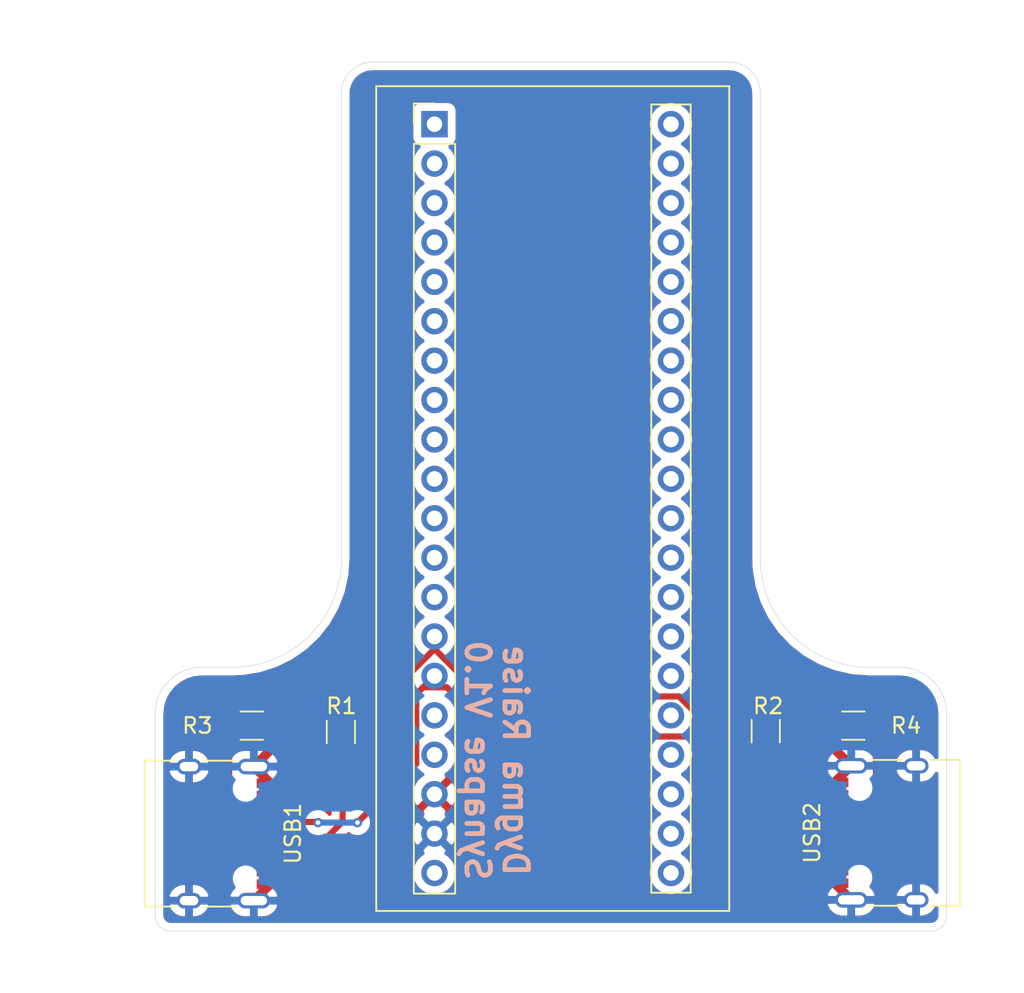
<source format=kicad_pcb>
(kicad_pcb (version 20171130) (host pcbnew "(5.1.10-1-10_14)")

  (general
    (thickness 1.6002)
    (drawings 17)
    (tracks 86)
    (zones 0)
    (modules 7)
    (nets 7)
  )

  (page A4)
  (layers
    (0 Front signal)
    (31 Back signal)
    (34 B.Paste user)
    (35 F.Paste user)
    (36 B.SilkS user)
    (37 F.SilkS user)
    (38 B.Mask user)
    (39 F.Mask user)
    (44 Edge.Cuts user)
    (45 Margin user)
    (46 B.CrtYd user)
    (47 F.CrtYd user)
    (49 F.Fab user)
  )

  (setup
    (last_trace_width 0.4)
    (user_trace_width 0.15)
    (user_trace_width 0.2)
    (user_trace_width 0.3)
    (user_trace_width 0.4)
    (user_trace_width 0.6)
    (trace_clearance 0.127)
    (zone_clearance 0.508)
    (zone_45_only no)
    (trace_min 0.127)
    (via_size 0.6)
    (via_drill 0.3)
    (via_min_size 0.6)
    (via_min_drill 0.3)
    (user_via 0.6 0.3)
    (user_via 0.9 0.4)
    (uvia_size 0.6858)
    (uvia_drill 0.3302)
    (uvias_allowed no)
    (uvia_min_size 0.2)
    (uvia_min_drill 0.1)
    (edge_width 0.0381)
    (segment_width 0.254)
    (pcb_text_width 0.3048)
    (pcb_text_size 1.524 1.524)
    (mod_edge_width 0.1524)
    (mod_text_size 0.8128 0.8128)
    (mod_text_width 0.1524)
    (pad_size 1.524 1.524)
    (pad_drill 0.762)
    (pad_to_mask_clearance 0)
    (solder_mask_min_width 0.12)
    (aux_axis_origin 0 0)
    (visible_elements FFFFFF7F)
    (pcbplotparams
      (layerselection 0x010fc_ffffffff)
      (usegerberextensions true)
      (usegerberattributes false)
      (usegerberadvancedattributes false)
      (creategerberjobfile false)
      (excludeedgelayer true)
      (linewidth 0.100000)
      (plotframeref false)
      (viasonmask false)
      (mode 1)
      (useauxorigin false)
      (hpglpennumber 1)
      (hpglpenspeed 20)
      (hpglpendiameter 15.000000)
      (psnegative false)
      (psa4output false)
      (plotreference true)
      (plotvalue false)
      (plotinvisibletext false)
      (padsonsilk false)
      (subtractmaskfromsilk true)
      (outputformat 1)
      (mirror false)
      (drillshape 0)
      (scaleselection 1)
      (outputdirectory "gerber/"))
  )

  (net 0 "")
  (net 1 /vbus)
  (net 2 /scl)
  (net 3 /sda)
  (net 4 /gnd)
  (net 5 /cc-1)
  (net 6 /cc-2)

  (net_class Default "This is the default net class."
    (clearance 0.127)
    (trace_width 0.127)
    (via_dia 0.6)
    (via_drill 0.3)
    (uvia_dia 0.6858)
    (uvia_drill 0.3302)
    (diff_pair_width 0.1524)
    (diff_pair_gap 0.254)
    (add_net /cc-1)
    (add_net /cc-2)
    (add_net /gnd)
    (add_net /scl)
    (add_net /sda)
    (add_net /vbus)
    (add_net "Net-(U1-Pad1)")
    (add_net "Net-(U1-Pad10)")
    (add_net "Net-(U1-Pad11)")
    (add_net "Net-(U1-Pad12)")
    (add_net "Net-(U1-Pad13)")
    (add_net "Net-(U1-Pad16)")
    (add_net "Net-(U1-Pad17)")
    (add_net "Net-(U1-Pad2)")
    (add_net "Net-(U1-Pad20)")
    (add_net "Net-(U1-Pad21)")
    (add_net "Net-(U1-Pad22)")
    (add_net "Net-(U1-Pad23)")
    (add_net "Net-(U1-Pad24)")
    (add_net "Net-(U1-Pad25)")
    (add_net "Net-(U1-Pad26)")
    (add_net "Net-(U1-Pad27)")
    (add_net "Net-(U1-Pad28)")
    (add_net "Net-(U1-Pad29)")
    (add_net "Net-(U1-Pad3)")
    (add_net "Net-(U1-Pad30)")
    (add_net "Net-(U1-Pad31)")
    (add_net "Net-(U1-Pad32)")
    (add_net "Net-(U1-Pad33)")
    (add_net "Net-(U1-Pad34)")
    (add_net "Net-(U1-Pad35)")
    (add_net "Net-(U1-Pad36)")
    (add_net "Net-(U1-Pad37)")
    (add_net "Net-(U1-Pad38)")
    (add_net "Net-(U1-Pad39)")
    (add_net "Net-(U1-Pad4)")
    (add_net "Net-(U1-Pad40)")
    (add_net "Net-(U1-Pad5)")
    (add_net "Net-(U1-Pad6)")
    (add_net "Net-(U1-Pad7)")
    (add_net "Net-(U1-Pad8)")
    (add_net "Net-(U1-Pad9)")
    (add_net "Net-(USB1-PadA8)")
    (add_net "Net-(USB1-PadB8)")
    (add_net "Net-(USB2-PadA8)")
    (add_net "Net-(USB2-PadB8)")
  )

  (module Resistor_SMD:R_1206_3216Metric (layer Front) (tedit 5F68FEEE) (tstamp 60EF2113)
    (at 143.9672 74.168 270)
    (descr "Resistor SMD 1206 (3216 Metric), square (rectangular) end terminal, IPC_7351 nominal, (Body size source: IPC-SM-782 page 72, https://www.pcb-3d.com/wordpress/wp-content/uploads/ipc-sm-782a_amendment_1_and_2.pdf), generated with kicad-footprint-generator")
    (tags resistor)
    (path /60F04B0D)
    (attr smd)
    (fp_text reference R1 (at -1.668 -0.0328 180) (layer F.SilkS)
      (effects (font (size 1 1) (thickness 0.15)))
    )
    (fp_text value 2.7K (at 0 1.82 90) (layer F.Fab)
      (effects (font (size 1 1) (thickness 0.15)))
    )
    (fp_line (start 2.28 1.12) (end -2.28 1.12) (layer F.CrtYd) (width 0.05))
    (fp_line (start 2.28 -1.12) (end 2.28 1.12) (layer F.CrtYd) (width 0.05))
    (fp_line (start -2.28 -1.12) (end 2.28 -1.12) (layer F.CrtYd) (width 0.05))
    (fp_line (start -2.28 1.12) (end -2.28 -1.12) (layer F.CrtYd) (width 0.05))
    (fp_line (start -0.727064 0.91) (end 0.727064 0.91) (layer F.SilkS) (width 0.12))
    (fp_line (start -0.727064 -0.91) (end 0.727064 -0.91) (layer F.SilkS) (width 0.12))
    (fp_line (start 1.6 0.8) (end -1.6 0.8) (layer F.Fab) (width 0.1))
    (fp_line (start 1.6 -0.8) (end 1.6 0.8) (layer F.Fab) (width 0.1))
    (fp_line (start -1.6 -0.8) (end 1.6 -0.8) (layer F.Fab) (width 0.1))
    (fp_line (start -1.6 0.8) (end -1.6 -0.8) (layer F.Fab) (width 0.1))
    (fp_text user %R (at 0 0 90) (layer F.Fab)
      (effects (font (size 0.8 0.8) (thickness 0.12)))
    )
    (pad 1 smd roundrect (at -1.4625 0 270) (size 1.125 1.75) (layers Front F.Paste F.Mask) (roundrect_rratio 0.2222204444444444)
      (net 1 /vbus))
    (pad 2 smd roundrect (at 1.4625 0 270) (size 1.125 1.75) (layers Front F.Paste F.Mask) (roundrect_rratio 0.2222204444444444)
      (net 2 /scl))
    (model ${KISYS3DMOD}/Resistor_SMD.3dshapes/R_1206_3216Metric.wrl
      (at (xyz 0 0 0))
      (scale (xyz 1 1 1))
      (rotate (xyz 0 0 0))
    )
  )

  (module Resistor_SMD:R_1206_3216Metric (layer Front) (tedit 5F68FEEE) (tstamp 60EF2DD0)
    (at 171.3484 74.1172 270)
    (descr "Resistor SMD 1206 (3216 Metric), square (rectangular) end terminal, IPC_7351 nominal, (Body size source: IPC-SM-782 page 72, https://www.pcb-3d.com/wordpress/wp-content/uploads/ipc-sm-782a_amendment_1_and_2.pdf), generated with kicad-footprint-generator")
    (tags resistor)
    (path /60F0593A)
    (attr smd)
    (fp_text reference R2 (at -1.6172 -0.1516 180) (layer F.SilkS)
      (effects (font (size 1 1) (thickness 0.15)))
    )
    (fp_text value 2.7K (at 0 1.82 90) (layer F.Fab)
      (effects (font (size 1 1) (thickness 0.15)))
    )
    (fp_line (start 2.28 1.12) (end -2.28 1.12) (layer F.CrtYd) (width 0.05))
    (fp_line (start 2.28 -1.12) (end 2.28 1.12) (layer F.CrtYd) (width 0.05))
    (fp_line (start -2.28 -1.12) (end 2.28 -1.12) (layer F.CrtYd) (width 0.05))
    (fp_line (start -2.28 1.12) (end -2.28 -1.12) (layer F.CrtYd) (width 0.05))
    (fp_line (start -0.727064 0.91) (end 0.727064 0.91) (layer F.SilkS) (width 0.12))
    (fp_line (start -0.727064 -0.91) (end 0.727064 -0.91) (layer F.SilkS) (width 0.12))
    (fp_line (start 1.6 0.8) (end -1.6 0.8) (layer F.Fab) (width 0.1))
    (fp_line (start 1.6 -0.8) (end 1.6 0.8) (layer F.Fab) (width 0.1))
    (fp_line (start -1.6 -0.8) (end 1.6 -0.8) (layer F.Fab) (width 0.1))
    (fp_line (start -1.6 0.8) (end -1.6 -0.8) (layer F.Fab) (width 0.1))
    (fp_text user %R (at 0 0 90) (layer F.Fab)
      (effects (font (size 0.8 0.8) (thickness 0.12)))
    )
    (pad 1 smd roundrect (at -1.4625 0 270) (size 1.125 1.75) (layers Front F.Paste F.Mask) (roundrect_rratio 0.2222204444444444)
      (net 1 /vbus))
    (pad 2 smd roundrect (at 1.4625 0 270) (size 1.125 1.75) (layers Front F.Paste F.Mask) (roundrect_rratio 0.2222204444444444)
      (net 3 /sda))
    (model ${KISYS3DMOD}/Resistor_SMD.3dshapes/R_1206_3216Metric.wrl
      (at (xyz 0 0 0))
      (scale (xyz 1 1 1))
      (rotate (xyz 0 0 0))
    )
  )

  (module Resistor_SMD:R_1206_3216Metric (layer Front) (tedit 5F68FEEE) (tstamp 60EEFB5C)
    (at 138.2268 73.7616)
    (descr "Resistor SMD 1206 (3216 Metric), square (rectangular) end terminal, IPC_7351 nominal, (Body size source: IPC-SM-782 page 72, https://www.pcb-3d.com/wordpress/wp-content/uploads/ipc-sm-782a_amendment_1_and_2.pdf), generated with kicad-footprint-generator")
    (tags resistor)
    (path /60F1A5DE)
    (attr smd)
    (fp_text reference R3 (at -3.5052 0) (layer F.SilkS)
      (effects (font (size 1 1) (thickness 0.15)))
    )
    (fp_text value 200k (at 0 1.82) (layer F.Fab)
      (effects (font (size 1 1) (thickness 0.15)))
    )
    (fp_line (start -1.6 0.8) (end -1.6 -0.8) (layer F.Fab) (width 0.1))
    (fp_line (start -1.6 -0.8) (end 1.6 -0.8) (layer F.Fab) (width 0.1))
    (fp_line (start 1.6 -0.8) (end 1.6 0.8) (layer F.Fab) (width 0.1))
    (fp_line (start 1.6 0.8) (end -1.6 0.8) (layer F.Fab) (width 0.1))
    (fp_line (start -0.727064 -0.91) (end 0.727064 -0.91) (layer F.SilkS) (width 0.12))
    (fp_line (start -0.727064 0.91) (end 0.727064 0.91) (layer F.SilkS) (width 0.12))
    (fp_line (start -2.28 1.12) (end -2.28 -1.12) (layer F.CrtYd) (width 0.05))
    (fp_line (start -2.28 -1.12) (end 2.28 -1.12) (layer F.CrtYd) (width 0.05))
    (fp_line (start 2.28 -1.12) (end 2.28 1.12) (layer F.CrtYd) (width 0.05))
    (fp_line (start 2.28 1.12) (end -2.28 1.12) (layer F.CrtYd) (width 0.05))
    (fp_text user %R (at 0 0) (layer F.Fab)
      (effects (font (size 0.8 0.8) (thickness 0.12)))
    )
    (pad 2 smd roundrect (at 1.4625 0) (size 1.125 1.75) (layers Front F.Paste F.Mask) (roundrect_rratio 0.2222204444444444)
      (net 4 /gnd))
    (pad 1 smd roundrect (at -1.4625 0) (size 1.125 1.75) (layers Front F.Paste F.Mask) (roundrect_rratio 0.2222204444444444)
      (net 5 /cc-1))
    (model ${KISYS3DMOD}/Resistor_SMD.3dshapes/R_1206_3216Metric.wrl
      (at (xyz 0 0 0))
      (scale (xyz 1 1 1))
      (rotate (xyz 0 0 0))
    )
  )

  (module Resistor_SMD:R_1206_3216Metric (layer Front) (tedit 5F68FEEE) (tstamp 60EF169E)
    (at 176.9872 73.7616 180)
    (descr "Resistor SMD 1206 (3216 Metric), square (rectangular) end terminal, IPC_7351 nominal, (Body size source: IPC-SM-782 page 72, https://www.pcb-3d.com/wordpress/wp-content/uploads/ipc-sm-782a_amendment_1_and_2.pdf), generated with kicad-footprint-generator")
    (tags resistor)
    (path /60F1AE6D)
    (attr smd)
    (fp_text reference R4 (at -3.4036 0) (layer F.SilkS)
      (effects (font (size 1 1) (thickness 0.15)))
    )
    (fp_text value 200k (at 0 1.82) (layer F.Fab)
      (effects (font (size 1 1) (thickness 0.15)))
    )
    (fp_line (start -1.6 0.8) (end -1.6 -0.8) (layer F.Fab) (width 0.1))
    (fp_line (start -1.6 -0.8) (end 1.6 -0.8) (layer F.Fab) (width 0.1))
    (fp_line (start 1.6 -0.8) (end 1.6 0.8) (layer F.Fab) (width 0.1))
    (fp_line (start 1.6 0.8) (end -1.6 0.8) (layer F.Fab) (width 0.1))
    (fp_line (start -0.727064 -0.91) (end 0.727064 -0.91) (layer F.SilkS) (width 0.12))
    (fp_line (start -0.727064 0.91) (end 0.727064 0.91) (layer F.SilkS) (width 0.12))
    (fp_line (start -2.28 1.12) (end -2.28 -1.12) (layer F.CrtYd) (width 0.05))
    (fp_line (start -2.28 -1.12) (end 2.28 -1.12) (layer F.CrtYd) (width 0.05))
    (fp_line (start 2.28 -1.12) (end 2.28 1.12) (layer F.CrtYd) (width 0.05))
    (fp_line (start 2.28 1.12) (end -2.28 1.12) (layer F.CrtYd) (width 0.05))
    (fp_text user %R (at 0 0) (layer F.Fab)
      (effects (font (size 0.8 0.8) (thickness 0.12)))
    )
    (pad 2 smd roundrect (at 1.4625 0 180) (size 1.125 1.75) (layers Front F.Paste F.Mask) (roundrect_rratio 0.2222204444444444)
      (net 4 /gnd))
    (pad 1 smd roundrect (at -1.4625 0 180) (size 1.125 1.75) (layers Front F.Paste F.Mask) (roundrect_rratio 0.2222204444444444)
      (net 6 /cc-2))
    (model ${KISYS3DMOD}/Resistor_SMD.3dshapes/R_1206_3216Metric.wrl
      (at (xyz 0 0 0))
      (scale (xyz 1 1 1))
      (rotate (xyz 0 0 0))
    )
  )

  (module Footprints:YAAJ_BluePill_2 (layer Front) (tedit 5F81AE11) (tstamp 60EF2905)
    (at 150 35)
    (descr "Through hole headers for BluePill module. No SWD breakout. Fancy silkscreen.")
    (tags "module BlluePill Blue Pill header SWD breakout")
    (path /60EFFF91)
    (fp_text reference U1 (at 7.62 -3.81) (layer F.SilkS) hide
      (effects (font (size 1 1) (thickness 0.15)))
    )
    (fp_text value WeAct_BlackPill (at 20.32 24.765 90) (layer F.Fab) hide
      (effects (font (size 1 1) (thickness 0.15)))
    )
    (fp_line (start 13.97 49.53) (end 13.97 -1.27) (layer F.Fab) (width 0.1))
    (fp_line (start 16.51 49.53) (end 13.97 49.53) (layer F.Fab) (width 0.1))
    (fp_line (start 16.51 -1.27) (end 16.51 49.53) (layer F.Fab) (width 0.1))
    (fp_line (start 13.97 -1.27) (end 16.51 -1.27) (layer F.Fab) (width 0.1))
    (fp_line (start -1.27 49.53) (end -1.27 -0.635) (layer F.Fab) (width 0.1))
    (fp_line (start 1.27 49.53) (end -1.27 49.53) (layer F.Fab) (width 0.1))
    (fp_line (start 1.27 -1.27) (end 1.27 49.53) (layer F.Fab) (width 0.1))
    (fp_line (start -0.635 -1.27) (end 1.27 -1.27) (layer F.Fab) (width 0.1))
    (fp_line (start -1.27 -0.635) (end -0.635 -1.27) (layer F.Fab) (width 0.1))
    (fp_line (start 11.52 3.48) (end 11.52 -2.32) (layer F.Fab) (width 0.1))
    (fp_line (start 3.72 3.48) (end 3.72 -2.32) (layer F.Fab) (width 0.1))
    (fp_line (start 3.72 3.48) (end 11.52 3.48) (layer F.Fab) (width 0.1))
    (fp_line (start -3.755 -2.445) (end 18.995 -2.445) (layer F.SilkS) (width 0.12))
    (fp_line (start 18.995 -2.445) (end 18.995 50.705) (layer F.SilkS) (width 0.12))
    (fp_line (start 18.995 50.705) (end -3.755 50.705) (layer F.SilkS) (width 0.12))
    (fp_line (start -3.755 50.705) (end -3.755 -2.445) (layer F.SilkS) (width 0.12))
    (fp_line (start 18.92 -2.37) (end 18.92 50.63) (layer F.Fab) (width 0.12))
    (fp_line (start -3.68 50.63) (end 18.92 50.63) (layer F.Fab) (width 0.12))
    (fp_line (start -3.68 50.63) (end -3.68 -2.32) (layer F.Fab) (width 0.12))
    (fp_line (start -3.68 -2.37) (end 18.92 -2.37) (layer F.Fab) (width 0.12))
    (fp_line (start -3.93 -2.62) (end 19.17 -2.62) (layer F.CrtYd) (width 0.05))
    (fp_line (start 19.17 -2.62) (end 19.17 50.88) (layer F.CrtYd) (width 0.05))
    (fp_line (start 19.17 50.88) (end -3.93 50.88) (layer F.CrtYd) (width 0.05))
    (fp_line (start -3.93 50.88) (end -3.93 -2.62) (layer F.CrtYd) (width 0.05))
    (fp_line (start -1.8 -1.8) (end -1.8 50.06) (layer F.CrtYd) (width 0.05))
    (fp_line (start -1.8 50.06) (end 1.8 50.06) (layer F.CrtYd) (width 0.05))
    (fp_line (start 1.8 -1.8) (end -1.8 -1.8) (layer F.CrtYd) (width 0.05))
    (fp_line (start 13.44 -1.8) (end 17.04 -1.8) (layer F.CrtYd) (width 0.05))
    (fp_line (start 17.04 -1.8) (end 17.04 50.06) (layer F.CrtYd) (width 0.05))
    (fp_line (start 17.04 50.06) (end 13.44 50.06) (layer F.CrtYd) (width 0.05))
    (fp_line (start 1.8 -1.8) (end 1.8 45.72) (layer F.CrtYd) (width 0.05))
    (fp_line (start 1.8 45.72) (end 1.8 50.06) (layer F.CrtYd) (width 0.05))
    (fp_line (start 13.44 -1.8) (end 13.44 45.72) (layer F.CrtYd) (width 0.05))
    (fp_line (start 13.44 45.72) (end 13.44 50.06) (layer F.CrtYd) (width 0.05))
    (fp_line (start -1.33 1.27) (end 1.33 1.27) (layer F.SilkS) (width 0.12))
    (fp_line (start 1.33 1.27) (end 1.33 49.59) (layer F.SilkS) (width 0.12))
    (fp_line (start 1.33 49.59) (end -1.33 49.59) (layer F.SilkS) (width 0.12))
    (fp_line (start -1.33 49.59) (end -1.33 1.27) (layer F.SilkS) (width 0.12))
    (fp_line (start 13.97 -1.27) (end 16.51 -1.27) (layer F.SilkS) (width 0.12))
    (fp_line (start 16.51 -1.27) (end 16.51 49.53) (layer F.SilkS) (width 0.12))
    (fp_line (start 16.51 49.53) (end 13.97 49.53) (layer F.SilkS) (width 0.12))
    (fp_line (start 13.97 49.53) (end 13.97 -1.27) (layer F.SilkS) (width 0.12))
    (fp_line (start -1.33 0) (end -1.33 -1.33) (layer F.SilkS) (width 0.12))
    (fp_line (start -1.33 -1.33) (end 0 -1.33) (layer F.SilkS) (width 0.12))
    (fp_text user REF** (at 7.62 24.13 90) (layer F.Fab)
      (effects (font (size 1 1) (thickness 0.15)))
    )
    (pad 40 thru_hole circle (at 15.24 0) (size 1.7 1.7) (drill 1) (layers *.Cu *.Mask))
    (pad 1 thru_hole rect (at 0 0) (size 1.7 1.7) (drill 1) (layers *.Cu *.Mask))
    (pad 39 thru_hole circle (at 15.24 2.54) (size 1.7 1.7) (drill 1) (layers *.Cu *.Mask))
    (pad 2 thru_hole circle (at 0 2.54) (size 1.7 1.7) (drill 1) (layers *.Cu *.Mask))
    (pad 38 thru_hole circle (at 15.24 5.08) (size 1.7 1.7) (drill 1) (layers *.Cu *.Mask))
    (pad 3 thru_hole circle (at 0 5.08) (size 1.7 1.7) (drill 1) (layers *.Cu *.Mask))
    (pad 37 thru_hole circle (at 15.24 7.62) (size 1.7 1.7) (drill 1) (layers *.Cu *.Mask))
    (pad 4 thru_hole circle (at 0 7.62) (size 1.7 1.7) (drill 1) (layers *.Cu *.Mask))
    (pad 36 thru_hole circle (at 15.24 10.16) (size 1.7 1.7) (drill 1) (layers *.Cu *.Mask))
    (pad 5 thru_hole circle (at 0 10.16) (size 1.7 1.7) (drill 1) (layers *.Cu *.Mask))
    (pad 35 thru_hole circle (at 15.24 12.7) (size 1.7 1.7) (drill 1) (layers *.Cu *.Mask))
    (pad 6 thru_hole circle (at 0 12.7) (size 1.7 1.7) (drill 1) (layers *.Cu *.Mask))
    (pad 34 thru_hole circle (at 15.24 15.24) (size 1.7 1.7) (drill 1) (layers *.Cu *.Mask))
    (pad 7 thru_hole circle (at 0 15.24) (size 1.7 1.7) (drill 1) (layers *.Cu *.Mask))
    (pad 33 thru_hole circle (at 15.24 17.78) (size 1.7 1.7) (drill 1) (layers *.Cu *.Mask))
    (pad 8 thru_hole circle (at 0 17.78) (size 1.7 1.7) (drill 1) (layers *.Cu *.Mask))
    (pad 32 thru_hole circle (at 15.24 20.32) (size 1.7 1.7) (drill 1) (layers *.Cu *.Mask))
    (pad 9 thru_hole circle (at 0 20.32) (size 1.7 1.7) (drill 1) (layers *.Cu *.Mask))
    (pad 31 thru_hole circle (at 15.24 22.86) (size 1.7 1.7) (drill 1) (layers *.Cu *.Mask))
    (pad 10 thru_hole circle (at 0 22.86) (size 1.7 1.7) (drill 1) (layers *.Cu *.Mask))
    (pad 30 thru_hole circle (at 15.24 25.4) (size 1.7 1.7) (drill 1) (layers *.Cu *.Mask))
    (pad 11 thru_hole circle (at 0 25.4) (size 1.7 1.7) (drill 1) (layers *.Cu *.Mask))
    (pad 29 thru_hole circle (at 15.24 27.94) (size 1.7 1.7) (drill 1) (layers *.Cu *.Mask))
    (pad 12 thru_hole circle (at 0 27.94) (size 1.7 1.7) (drill 1) (layers *.Cu *.Mask))
    (pad 28 thru_hole circle (at 15.24 30.48) (size 1.7 1.7) (drill 1) (layers *.Cu *.Mask))
    (pad 13 thru_hole circle (at 0 30.48) (size 1.7 1.7) (drill 1) (layers *.Cu *.Mask))
    (pad 27 thru_hole circle (at 15.24 33.02) (size 1.7 1.7) (drill 1) (layers *.Cu *.Mask))
    (pad 14 thru_hole circle (at 0 33.02) (size 1.7 1.7) (drill 1) (layers *.Cu *.Mask)
      (net 2 /scl))
    (pad 26 thru_hole circle (at 15.24 35.56) (size 1.7 1.7) (drill 1) (layers *.Cu *.Mask))
    (pad 15 thru_hole circle (at 0 35.56) (size 1.7 1.7) (drill 1) (layers *.Cu *.Mask)
      (net 3 /sda))
    (pad 25 thru_hole circle (at 15.24 38.1) (size 1.7 1.7) (drill 1) (layers *.Cu *.Mask))
    (pad 16 thru_hole circle (at 0 38.1) (size 1.7 1.7) (drill 1) (layers *.Cu *.Mask))
    (pad 24 thru_hole circle (at 15.24 40.64) (size 1.7 1.7) (drill 1) (layers *.Cu *.Mask))
    (pad 17 thru_hole circle (at 0 40.64) (size 1.7 1.7) (drill 1) (layers *.Cu *.Mask))
    (pad 23 thru_hole circle (at 15.24 43.18) (size 1.7 1.7) (drill 1) (layers *.Cu *.Mask))
    (pad 18 thru_hole circle (at 0 43.18) (size 1.7 1.7) (drill 1) (layers *.Cu *.Mask)
      (net 1 /vbus))
    (pad 22 thru_hole circle (at 15.24 45.72) (size 1.7 1.7) (drill 1) (layers *.Cu *.Mask))
    (pad 19 thru_hole circle (at 0 45.72) (size 1.7 1.7) (drill 1) (layers *.Cu *.Mask)
      (net 4 /gnd))
    (pad 21 thru_hole circle (at 15.24 48.26) (size 1.7 1.7) (drill 1) (layers *.Cu *.Mask))
    (pad 20 thru_hole circle (at 0 48.26) (size 1.7 1.7) (drill 1) (layers *.Cu *.Mask))
    (model D:/Users/admin/Documents/KiCad/Libraries/packages3d/Modules/STM32_Blue_Pill/YAAJ_BluePill_PinHeaders_H_SWD_cp.wrl
      (at (xyz 0 0 0))
      (scale (xyz 1 1 1))
      (rotate (xyz 0 0 0))
    )
    (model D:/Users/admin/Documents/KiCad/Libraries/packages3d/Modules/STM32_Blue_Pill/YAAJ_BluePill_PinHeaders_No_SWD_cp.wrl
      (at (xyz 0 0 0))
      (scale (xyz 1 1 1))
      (rotate (xyz 0 0 0))
    )
    (model D:/Users/admin/Documents/KiCad/Libraries/packages3d/Modules/STM32_Blue_Pill/YAAJ_BluePill_PinHeaders_V_SWD_cp.wrl
      (at (xyz 0 0 0))
      (scale (xyz 1 1 1))
      (rotate (xyz 0 0 0))
    )
    (model D:/Users/admin/Documents/KiCad/Libraries/packages3d/Modules/STM32_Blue_Pill/YAAJ_BluePill_PinSockets_H_SWD_cp.wrl
      (at (xyz 0 0 0))
      (scale (xyz 1 1 1))
      (rotate (xyz 0 0 0))
    )
    (model D:/Users/admin/Documents/KiCad/Libraries/packages3d/Modules/STM32_Blue_Pill/YAAJ_BluePill_PinSockets_No_SWD_cp.wrl
      (at (xyz 0 0 0))
      (scale (xyz 1 1 1))
      (rotate (xyz 0 0 0))
    )
    (model D:/Users/admin/Documents/KiCad/Libraries/packages3d/Modules/STM32_Blue_Pill/YAAJ_BluePill_PinSockets_V_SWD_cp.wrl
      (at (xyz 0 0 0))
      (scale (xyz 1 1 1))
      (rotate (xyz 0 0 0))
    )
  )

  (module Connector_USB:USB_C_Receptacle_HRO_TYPE-C-31-M-12 (layer Front) (tedit 60EE3390) (tstamp 60EEFED2)
    (at 135.2296 80.7212 270)
    (descr "USB Type-C receptacle for USB 2.0 and PD, http://www.krhro.com/uploads/soft/180320/1-1P320120243.pdf")
    (tags "usb usb-c 2.0 pd")
    (path /60F0D514)
    (attr smd)
    (fp_text reference USB1 (at 0 -5.645 90) (layer F.SilkS)
      (effects (font (size 1 1) (thickness 0.15)))
    )
    (fp_text value USB_C_Receptacle_USB2.0 (at 0 5.1 90) (layer F.Fab)
      (effects (font (size 1 1) (thickness 0.15)))
    )
    (fp_line (start -4.7 2) (end -4.7 3.9) (layer F.SilkS) (width 0.12))
    (fp_line (start -4.7 -1.9) (end -4.7 0.1) (layer F.SilkS) (width 0.12))
    (fp_line (start 4.7 2) (end 4.7 3.9) (layer F.SilkS) (width 0.12))
    (fp_line (start 4.7 -1.9) (end 4.7 0.1) (layer F.SilkS) (width 0.12))
    (fp_line (start 5.32 -5.27) (end 5.32 4.15) (layer F.CrtYd) (width 0.05))
    (fp_line (start -5.32 -5.27) (end -5.32 4.15) (layer F.CrtYd) (width 0.05))
    (fp_line (start -5.32 4.15) (end 5.32 4.15) (layer F.CrtYd) (width 0.05))
    (fp_line (start -5.32 -5.27) (end 5.32 -5.27) (layer F.CrtYd) (width 0.05))
    (fp_line (start 4.47 -3.65) (end 4.47 3.65) (layer F.Fab) (width 0.1))
    (fp_line (start -4.47 3.65) (end 4.47 3.65) (layer F.Fab) (width 0.1))
    (fp_line (start -4.47 -3.65) (end -4.47 3.65) (layer F.Fab) (width 0.1))
    (fp_line (start -4.47 -3.65) (end 4.47 -3.65) (layer F.Fab) (width 0.1))
    (fp_line (start -4.7 3.9) (end 4.7 3.9) (layer F.SilkS) (width 0.12))
    (fp_text user %R (at 0 0 90) (layer F.Fab)
      (effects (font (size 1 1) (thickness 0.15)))
    )
    (pad S1 thru_hole oval (at 4.32 1.05 270) (size 1 1.6) (drill oval 0.6 1.2) (layers *.Cu *.Mask)
      (net 4 /gnd))
    (pad "" np_thru_hole circle (at 2.89 -2.6 270) (size 0.65 0.65) (drill 0.65) (layers *.Cu *.Mask))
    (pad S1 thru_hole oval (at -4.32 1.05 270) (size 1 1.6) (drill oval 0.6 1.2) (layers *.Cu *.Mask)
      (net 4 /gnd))
    (pad "" np_thru_hole circle (at -2.89 -2.6 270) (size 0.65 0.65) (drill 0.65) (layers *.Cu *.Mask))
    (pad S1 thru_hole oval (at -4.32 -3.13 270) (size 1 2.1) (drill oval 0.6 1.7) (layers *.Cu *.Mask)
      (net 4 /gnd))
    (pad S1 thru_hole oval (at 4.32 -3.13 270) (size 1 2.1) (drill oval 0.6 1.7) (layers *.Cu *.Mask)
      (net 4 /gnd))
    (pad A6 smd rect (at -0.25 -4.045 270) (size 0.3 1.45) (layers Front F.Paste F.Mask)
      (net 2 /scl))
    (pad B5 smd rect (at 1.75 -4.045 270) (size 0.3 1.45) (layers Front F.Paste F.Mask)
      (net 5 /cc-1))
    (pad A8 smd rect (at 1.25 -4.045 270) (size 0.3 1.45) (layers Front F.Paste F.Mask))
    (pad B6 smd rect (at 0.75 -4.045 270) (size 0.3 1.45) (layers Front F.Paste F.Mask)
      (net 2 /scl))
    (pad A7 smd rect (at 0.25 -4.045 270) (size 0.3 1.45) (layers Front F.Paste F.Mask)
      (net 3 /sda))
    (pad B7 smd rect (at -0.75 -4.045 270) (size 0.3 1.45) (layers Front F.Paste F.Mask)
      (net 3 /sda))
    (pad A5 smd rect (at -1.25 -4.045 270) (size 0.3 1.45) (layers Front F.Paste F.Mask)
      (net 5 /cc-1))
    (pad B8 smd rect (at -1.75 -4.045 270) (size 0.3 1.45) (layers Front F.Paste F.Mask))
    (pad A12 smd rect (at 3.25 -4.045 270) (size 0.6 1.45) (layers Front F.Paste F.Mask)
      (net 4 /gnd))
    (pad B4 smd rect (at 2.45 -4.045 270) (size 0.6 1.45) (layers Front F.Paste F.Mask)
      (net 1 /vbus))
    (pad A4 smd rect (at -2.45 -4.045 270) (size 0.6 1.45) (layers Front F.Paste F.Mask)
      (net 1 /vbus))
    (pad A1 smd rect (at -3.25 -4.045 270) (size 0.6 1.45) (layers Front F.Paste F.Mask)
      (net 4 /gnd))
    (pad B12 smd rect (at -3.25 -4.045 270) (size 0.6 1.45) (layers Front F.Paste F.Mask)
      (net 4 /gnd))
    (pad B9 smd rect (at -2.45 -4.045 270) (size 0.6 1.45) (layers Front F.Paste F.Mask)
      (net 1 /vbus))
    (pad A9 smd rect (at 2.45 -4.045 270) (size 0.6 1.45) (layers Front F.Paste F.Mask)
      (net 1 /vbus))
    (pad B1 smd rect (at 3.25 -4.045 270) (size 0.6 1.45) (layers Front F.Paste F.Mask)
      (net 4 /gnd))
    (model ${KISYS3DMOD}/Connector_USB.3dshapes/USB_C_Receptacle_HRO_TYPE-C-31-M-12.wrl
      (at (xyz 0 0 0))
      (scale (xyz 1 1 1))
      (rotate (xyz 0 0 0))
    )
    (model /Users/islam/Projects/Type-C.pretty/HRO-TYPE-C-31-M-12.step
      (offset (xyz -4.47 -3.5 0))
      (scale (xyz 1 1 1))
      (rotate (xyz 90 180 180))
    )
  )

  (module Connector_USB:USB_C_Receptacle_HRO_TYPE-C-31-M-12 (layer Front) (tedit 60EE3390) (tstamp 60EF151A)
    (at 179.9844 80.6704 90)
    (descr "USB Type-C receptacle for USB 2.0 and PD, http://www.krhro.com/uploads/soft/180320/1-1P320120243.pdf")
    (tags "usb usb-c 2.0 pd")
    (path /60F06A9E)
    (attr smd)
    (fp_text reference USB2 (at 0 -5.645 90) (layer F.SilkS)
      (effects (font (size 1 1) (thickness 0.15)))
    )
    (fp_text value USB_C_Receptacle_USB2.0 (at 0 5.1 90) (layer F.Fab)
      (effects (font (size 1 1) (thickness 0.15)))
    )
    (fp_line (start -4.7 3.9) (end 4.7 3.9) (layer F.SilkS) (width 0.12))
    (fp_line (start -4.47 -3.65) (end 4.47 -3.65) (layer F.Fab) (width 0.1))
    (fp_line (start -4.47 -3.65) (end -4.47 3.65) (layer F.Fab) (width 0.1))
    (fp_line (start -4.47 3.65) (end 4.47 3.65) (layer F.Fab) (width 0.1))
    (fp_line (start 4.47 -3.65) (end 4.47 3.65) (layer F.Fab) (width 0.1))
    (fp_line (start -5.32 -5.27) (end 5.32 -5.27) (layer F.CrtYd) (width 0.05))
    (fp_line (start -5.32 4.15) (end 5.32 4.15) (layer F.CrtYd) (width 0.05))
    (fp_line (start -5.32 -5.27) (end -5.32 4.15) (layer F.CrtYd) (width 0.05))
    (fp_line (start 5.32 -5.27) (end 5.32 4.15) (layer F.CrtYd) (width 0.05))
    (fp_line (start 4.7 -1.9) (end 4.7 0.1) (layer F.SilkS) (width 0.12))
    (fp_line (start 4.7 2) (end 4.7 3.9) (layer F.SilkS) (width 0.12))
    (fp_line (start -4.7 -1.9) (end -4.7 0.1) (layer F.SilkS) (width 0.12))
    (fp_line (start -4.7 2) (end -4.7 3.9) (layer F.SilkS) (width 0.12))
    (fp_text user %R (at 0 0 90) (layer F.Fab)
      (effects (font (size 1 1) (thickness 0.15)))
    )
    (pad B1 smd rect (at 3.25 -4.045 90) (size 0.6 1.45) (layers Front F.Paste F.Mask)
      (net 4 /gnd))
    (pad A9 smd rect (at 2.45 -4.045 90) (size 0.6 1.45) (layers Front F.Paste F.Mask)
      (net 1 /vbus))
    (pad B9 smd rect (at -2.45 -4.045 90) (size 0.6 1.45) (layers Front F.Paste F.Mask)
      (net 1 /vbus))
    (pad B12 smd rect (at -3.25 -4.045 90) (size 0.6 1.45) (layers Front F.Paste F.Mask)
      (net 4 /gnd))
    (pad A1 smd rect (at -3.25 -4.045 90) (size 0.6 1.45) (layers Front F.Paste F.Mask)
      (net 4 /gnd))
    (pad A4 smd rect (at -2.45 -4.045 90) (size 0.6 1.45) (layers Front F.Paste F.Mask)
      (net 1 /vbus))
    (pad B4 smd rect (at 2.45 -4.045 90) (size 0.6 1.45) (layers Front F.Paste F.Mask)
      (net 1 /vbus))
    (pad A12 smd rect (at 3.25 -4.045 90) (size 0.6 1.45) (layers Front F.Paste F.Mask)
      (net 4 /gnd))
    (pad B8 smd rect (at -1.75 -4.045 90) (size 0.3 1.45) (layers Front F.Paste F.Mask))
    (pad A5 smd rect (at -1.25 -4.045 90) (size 0.3 1.45) (layers Front F.Paste F.Mask)
      (net 6 /cc-2))
    (pad B7 smd rect (at -0.75 -4.045 90) (size 0.3 1.45) (layers Front F.Paste F.Mask)
      (net 3 /sda))
    (pad A7 smd rect (at 0.25 -4.045 90) (size 0.3 1.45) (layers Front F.Paste F.Mask)
      (net 3 /sda))
    (pad B6 smd rect (at 0.75 -4.045 90) (size 0.3 1.45) (layers Front F.Paste F.Mask)
      (net 2 /scl))
    (pad A8 smd rect (at 1.25 -4.045 90) (size 0.3 1.45) (layers Front F.Paste F.Mask))
    (pad B5 smd rect (at 1.75 -4.045 90) (size 0.3 1.45) (layers Front F.Paste F.Mask)
      (net 6 /cc-2))
    (pad A6 smd rect (at -0.25 -4.045 90) (size 0.3 1.45) (layers Front F.Paste F.Mask)
      (net 2 /scl))
    (pad S1 thru_hole oval (at 4.32 -3.13 90) (size 1 2.1) (drill oval 0.6 1.7) (layers *.Cu *.Mask)
      (net 4 /gnd))
    (pad S1 thru_hole oval (at -4.32 -3.13 90) (size 1 2.1) (drill oval 0.6 1.7) (layers *.Cu *.Mask)
      (net 4 /gnd))
    (pad "" np_thru_hole circle (at -2.89 -2.6 90) (size 0.65 0.65) (drill 0.65) (layers *.Cu *.Mask))
    (pad S1 thru_hole oval (at -4.32 1.05 90) (size 1 1.6) (drill oval 0.6 1.2) (layers *.Cu *.Mask)
      (net 4 /gnd))
    (pad "" np_thru_hole circle (at 2.89 -2.6 90) (size 0.65 0.65) (drill 0.65) (layers *.Cu *.Mask))
    (pad S1 thru_hole oval (at 4.32 1.05 90) (size 1 1.6) (drill oval 0.6 1.2) (layers *.Cu *.Mask)
      (net 4 /gnd))
    (model ${KISYS3DMOD}/Connector_USB.3dshapes/USB_C_Receptacle_HRO_TYPE-C-31-M-12.wrl
      (at (xyz 0 0 0))
      (scale (xyz 1 1 1))
      (rotate (xyz 0 0 0))
    )
    (model /Users/islam/Projects/Type-C.pretty/HRO-TYPE-C-31-M-12.step
      (offset (xyz -4.47 -3.5 0))
      (scale (xyz 1 1 1))
      (rotate (xyz 90 180 180))
    )
  )

  (gr_arc (start 133 86) (end 132 86) (angle -90) (layer Edge.Cuts) (width 0.0381))
  (gr_arc (start 182 86) (end 182 87) (angle -90) (layer Edge.Cuts) (width 0.0381))
  (gr_text "Dygma Raise\nSynapse V1.0" (at 154 76 -90) (layer B.SilkS) (tstamp 60EF43B2)
    (effects (font (size 1.524 1.524) (thickness 0.3048)) (justify mirror))
  )
  (gr_line (start 137 70) (end 135 70) (layer Edge.Cuts) (width 0.0381) (tstamp 60EF2A6E))
  (gr_line (start 178 70) (end 180 70) (layer Edge.Cuts) (width 0.0381) (tstamp 60EF2A6A))
  (gr_arc (start 180 73) (end 183 73) (angle -90) (layer Edge.Cuts) (width 0.0381) (tstamp 60EF2A65))
  (gr_arc (start 135 73) (end 135 70) (angle -90) (layer Edge.Cuts) (width 0.0381))
  (gr_arc (start 137 63) (end 137 70) (angle -90) (layer Edge.Cuts) (width 0.0381) (tstamp 60EF2A43))
  (gr_arc (start 178 63) (end 171 63) (angle -90) (layer Edge.Cuts) (width 0.0381) (tstamp 60EF2B5B))
  (gr_line (start 171 33) (end 171 63) (layer Edge.Cuts) (width 0.0381))
  (gr_line (start 144 33) (end 144 63) (layer Edge.Cuts) (width 0.0381))
  (gr_line (start 169 31) (end 146 31) (layer Edge.Cuts) (width 0.0381) (tstamp 60EF2A2F))
  (gr_arc (start 169 33) (end 171 33) (angle -90) (layer Edge.Cuts) (width 0.0381))
  (gr_arc (start 146 33) (end 146 31) (angle -90) (layer Edge.Cuts) (width 0.0381))
  (gr_line (start 132 73) (end 132 86) (layer Edge.Cuts) (width 0.0381) (tstamp 60EF27E6))
  (gr_line (start 183 86) (end 183 73) (layer Edge.Cuts) (width 0.0381))
  (gr_line (start 133 87) (end 182 87) (layer Edge.Cuts) (width 0.0381) (tstamp 60EF3056))

  (segment (start 175.9394 78.2204) (end 174.5096 78.2204) (width 0.6) (layer Front) (net 1))
  (segment (start 175.9394 83.1204) (end 174.4356 83.1204) (width 0.6) (layer Front) (net 1))
  (segment (start 139.2746 83.1712) (end 141.0832 83.1712) (width 0.6) (layer Front) (net 1))
  (segment (start 139.2746 78.2712) (end 140.9308 78.2712) (width 0.6) (layer Front) (net 1))
  (segment (start 140.276601 81.342801) (end 140.148202 81.4712) (width 0.3) (layer Front) (net 2))
  (segment (start 140.148202 81.4712) (end 139.2746 81.4712) (width 0.3) (layer Front) (net 2))
  (segment (start 140.148202 80.4712) (end 140.276601 80.599599) (width 0.3) (layer Front) (net 2))
  (segment (start 139.2746 80.4712) (end 140.148202 80.4712) (width 0.3) (layer Front) (net 2))
  (segment (start 176.941401 80.792001) (end 176.813002 80.9204) (width 0.3) (layer Front) (net 2))
  (segment (start 176.941401 80.048799) (end 176.941401 80.792001) (width 0.3) (layer Front) (net 2))
  (segment (start 176.813002 79.9204) (end 176.941401 80.048799) (width 0.3) (layer Front) (net 2))
  (segment (start 176.813002 80.9204) (end 175.9394 80.9204) (width 0.3) (layer Front) (net 2))
  (segment (start 175.9394 79.9204) (end 176.813002 79.9204) (width 0.3) (layer Front) (net 2))
  (segment (start 175.9394 79.9204) (end 173.9004 79.9204) (width 0.3) (layer Front) (net 2))
  (segment (start 140.276601 80.599599) (end 140.276601 81.145401) (width 0.3) (layer Front) (net 2))
  (segment (start 140.276601 81.145401) (end 141.206199 81.145401) (width 0.3) (layer Front) (net 2))
  (segment (start 140.276601 81.145401) (end 140.276601 81.342801) (width 0.3) (layer Front) (net 2))
  (segment (start 141.206199 81.145401) (end 142.882599 81.145401) (width 0.4) (layer Front) (net 2))
  (segment (start 142.882599 81.145401) (end 144.080019 79.947981) (width 0.4) (layer Front) (net 2))
  (segment (start 144.080019 79.947981) (end 144.080019 75.754019) (width 0.4) (layer Front) (net 2))
  (segment (start 143.9672 75.6305) (end 143.9672 74.850838) (width 0.4) (layer Front) (net 2))
  (segment (start 165.763962 71.882) (end 153.063962 71.882) (width 0.4) (layer Front) (net 2))
  (segment (start 167.817951 73.935989) (end 165.763962 71.882) (width 0.4) (layer Front) (net 2))
  (segment (start 171.458209 73.935989) (end 167.817951 73.935989) (width 0.4) (layer Front) (net 2))
  (segment (start 172.55041 75.02819) (end 171.458209 73.935989) (width 0.4) (layer Front) (net 2))
  (segment (start 172.55041 78.57041) (end 172.55041 75.02819) (width 0.4) (layer Front) (net 2))
  (segment (start 173.9004 79.9204) (end 172.55041 78.57041) (width 0.4) (layer Front) (net 2))
  (segment (start 143.9672 74.850838) (end 149.922019 68.896019) (width 0.4) (layer Front) (net 2))
  (segment (start 150.077981 68.896019) (end 149.922019 68.896019) (width 0.4) (layer Front) (net 2))
  (segment (start 153.063962 71.882) (end 150.077981 68.896019) (width 0.4) (layer Front) (net 2))
  (segment (start 149.922019 68.896019) (end 150.114 68.704038) (width 0.4) (layer Front) (net 2))
  (segment (start 138.400998 80.9712) (end 139.2746 80.9712) (width 0.3) (layer Front) (net 3))
  (segment (start 138.272599 80.842801) (end 138.400998 80.9712) (width 0.3) (layer Front) (net 3))
  (segment (start 174.937399 80.548799) (end 174.937399 80.789801) (width 0.3) (layer Front) (net 3))
  (segment (start 138.400998 79.9712) (end 138.272599 80.099599) (width 0.3) (layer Front) (net 3))
  (segment (start 138.272599 80.099599) (end 138.272599 80.842801) (width 0.3) (layer Front) (net 3))
  (segment (start 174.937399 80.789801) (end 174.937399 81.292001) (width 0.3) (layer Front) (net 3))
  (segment (start 174.937399 80.789801) (end 173.972199 80.789801) (width 0.3) (layer Front) (net 3))
  (segment (start 175.9394 80.4204) (end 175.065798 80.4204) (width 0.3) (layer Front) (net 3))
  (segment (start 175.065798 80.4204) (end 174.937399 80.548799) (width 0.3) (layer Front) (net 3))
  (segment (start 174.937399 81.292001) (end 175.065798 81.4204) (width 0.3) (layer Front) (net 3))
  (segment (start 175.065798 81.4204) (end 175.9394 81.4204) (width 0.3) (layer Front) (net 3))
  (segment (start 139.2746 79.9712) (end 138.400998 79.9712) (width 0.3) (layer Front) (net 3))
  (segment (start 139.2746 79.9712) (end 141.212 79.9712) (width 0.3) (layer Front) (net 3))
  (via (at 142.494 80.01) (size 0.6) (drill 0.3) (layers Front Back) (net 3))
  (segment (start 142.4552 79.9712) (end 142.494 80.01) (width 0.4) (layer Front) (net 3))
  (segment (start 141.212 79.9712) (end 142.4552 79.9712) (width 0.4) (layer Front) (net 3))
  (via (at 145.034 80.01) (size 0.6) (drill 0.3) (layers Front Back) (net 3))
  (segment (start 142.494 80.01) (end 145.034 80.01) (width 0.4) (layer Back) (net 3))
  (segment (start 148.822999 76.221001) (end 145.034 80.01) (width 0.4) (layer Front) (net 3))
  (segment (start 148.822999 71.737001) (end 148.822999 76.221001) (width 0.4) (layer Front) (net 3))
  (segment (start 171.3484 78.166002) (end 173.972199 80.789801) (width 0.4) (layer Front) (net 3))
  (segment (start 171.3484 75.5797) (end 171.3484 78.166002) (width 0.4) (layer Front) (net 3))
  (segment (start 170.231699 74.462999) (end 153.964999 74.462999) (width 0.4) (layer Front) (net 3))
  (segment (start 171.3484 75.5797) (end 170.231699 74.462999) (width 0.4) (layer Front) (net 3))
  (segment (start 150.793 71.291) (end 149.269 71.291) (width 0.4) (layer Front) (net 3))
  (segment (start 153.964999 74.462999) (end 150.793 71.291) (width 0.4) (layer Front) (net 3))
  (segment (start 149.269 71.291) (end 148.822999 71.737001) (width 0.4) (layer Front) (net 3))
  (segment (start 150 70.56) (end 149.269 71.291) (width 0.4) (layer Front) (net 3))
  (segment (start 175.9394 77.2654) (end 176.8544 76.3504) (width 0.6) (layer Front) (net 4))
  (segment (start 175.9394 77.4204) (end 175.9394 77.2654) (width 0.6) (layer Front) (net 4))
  (segment (start 139.2746 84.1262) (end 138.3596 85.0412) (width 0.6) (layer Front) (net 4))
  (segment (start 139.2746 83.9712) (end 139.2746 84.1262) (width 0.6) (layer Front) (net 4))
  (segment (start 139.2746 77.3162) (end 138.3596 76.4012) (width 0.6) (layer Front) (net 4))
  (segment (start 139.2746 77.4712) (end 139.2746 77.3162) (width 0.6) (layer Front) (net 4))
  (segment (start 175.9394 84.0754) (end 176.8544 84.9904) (width 0.6) (layer Front) (net 4))
  (segment (start 175.9394 83.9204) (end 175.9394 84.0754) (width 0.6) (layer Front) (net 4))
  (segment (start 139.6893 75.0715) (end 138.3596 76.4012) (width 0.6) (layer Front) (net 4))
  (segment (start 139.6893 73.7616) (end 139.6893 75.0715) (width 0.6) (layer Front) (net 4))
  (segment (start 175.5247 75.0207) (end 176.8544 76.3504) (width 0.6) (layer Front) (net 4))
  (segment (start 175.5247 73.7616) (end 175.5247 75.0207) (width 0.6) (layer Front) (net 4))
  (segment (start 138.400998 82.4712) (end 139.2746 82.4712) (width 0.3) (layer Front) (net 5))
  (segment (start 137.845589 81.915791) (end 138.400998 82.4712) (width 0.3) (layer Front) (net 5))
  (segment (start 138.297115 79.4712) (end 137.845589 79.922726) (width 0.3) (layer Front) (net 5))
  (segment (start 139.2746 79.4712) (end 138.297115 79.4712) (width 0.3) (layer Front) (net 5))
  (segment (start 136.7643 80.0715) (end 137.845589 81.152789) (width 0.4) (layer Front) (net 5))
  (segment (start 136.7643 73.7616) (end 136.7643 80.0715) (width 0.4) (layer Front) (net 5))
  (segment (start 137.845589 81.152789) (end 137.845589 81.915791) (width 0.3) (layer Front) (net 5))
  (segment (start 137.845589 79.922726) (end 137.845589 81.152789) (width 0.3) (layer Front) (net 5))
  (segment (start 177.368411 79.324411) (end 177.368411 81.364991) (width 0.3) (layer Front) (net 6))
  (segment (start 176.9644 78.9204) (end 177.368411 79.324411) (width 0.3) (layer Front) (net 6))
  (segment (start 176.813002 81.9204) (end 175.9394 81.9204) (width 0.3) (layer Front) (net 6))
  (segment (start 177.368411 81.364991) (end 176.813002 81.9204) (width 0.3) (layer Front) (net 6))
  (segment (start 175.9394 78.9204) (end 176.9644 78.9204) (width 0.3) (layer Front) (net 6))
  (segment (start 178.4497 79.0547) (end 177.418411 80.085989) (width 0.4) (layer Front) (net 6))
  (segment (start 178.4497 73.7616) (end 178.4497 79.0547) (width 0.4) (layer Front) (net 6))

  (zone (net 4) (net_name /gnd) (layer Back) (tstamp 60EF3EBB) (hatch edge 0.508)
    (connect_pads (clearance 0.508))
    (min_thickness 0.254)
    (fill yes (arc_segments 32) (thermal_gap 0.508) (thermal_bridge_width 0.508))
    (polygon
      (pts
        (xy 188 91) (xy 126 91) (xy 126 27) (xy 188 27)
      )
    )
    (filled_polygon
      (pts
        (xy 169.260818 31.68276) (xy 169.511708 31.758508) (xy 169.743101 31.881542) (xy 169.94619 32.047177) (xy 170.113244 32.249111)
        (xy 170.237889 32.479637) (xy 170.315386 32.72999) (xy 170.34595 33.02078) (xy 170.345951 63.032125) (xy 170.34735 63.046332)
        (xy 170.373209 63.638619) (xy 170.376731 63.668375) (xy 170.378561 63.69829) (xy 170.381092 63.715224) (xy 170.547866 64.739252)
        (xy 170.557185 64.778068) (xy 170.56549 64.81714) (xy 170.570496 64.833514) (xy 170.886798 65.821642) (xy 170.901762 65.858678)
        (xy 170.915742 65.89607) (xy 170.923113 65.911525) (xy 171.381996 66.842047) (xy 171.402255 66.87644) (xy 171.421623 66.91138)
        (xy 171.431198 66.925575) (xy 172.022579 67.778049) (xy 172.047719 67.809094) (xy 172.07202 67.840763) (xy 172.083587 67.853387)
        (xy 172.794478 68.609085) (xy 172.823911 68.636055) (xy 172.852644 68.663802) (xy 172.86595 68.674577) (xy 173.680731 69.316899)
        (xy 173.713829 69.339224) (xy 173.746346 69.362418) (xy 173.761095 69.371106) (xy 173.7611 69.371109) (xy 173.761105 69.371111)
        (xy 174.661871 69.885942) (xy 174.697898 69.903126) (xy 174.733494 69.921263) (xy 174.749363 69.927674) (xy 174.749369 69.927677)
        (xy 174.749374 69.927678) (xy 175.716346 70.303713) (xy 175.754515 70.315383) (xy 175.792401 70.328059) (xy 175.809051 70.332056)
        (xy 176.820987 70.561034) (xy 176.860488 70.566938) (xy 176.899806 70.57387) (xy 176.916849 70.575361) (xy 176.916864 70.575363)
        (xy 176.916876 70.575363) (xy 177.943708 70.65167) (xy 177.967875 70.65405) (xy 179.968015 70.65405) (xy 180.455052 70.701805)
        (xy 180.892779 70.833962) (xy 181.296493 71.04862) (xy 181.650827 71.337608) (xy 181.942279 71.689913) (xy 182.159752 72.092122)
        (xy 182.294962 72.52891) (xy 182.345951 73.014036) (xy 182.345951 75.821226) (xy 182.226769 75.637636) (xy 182.070569 75.477239)
        (xy 181.886078 75.350397) (xy 181.680387 75.261985) (xy 181.4614 75.2154) (xy 181.1614 75.2154) (xy 181.1614 76.2234)
        (xy 181.1814 76.2234) (xy 181.1814 76.4774) (xy 181.1614 76.4774) (xy 181.1614 77.4854) (xy 181.4614 77.4854)
        (xy 181.680387 77.438815) (xy 181.886078 77.350403) (xy 182.070569 77.223561) (xy 182.226769 77.063164) (xy 182.345951 76.879574)
        (xy 182.34595 84.461225) (xy 182.226769 84.277636) (xy 182.070569 84.117239) (xy 181.886078 83.990397) (xy 181.680387 83.901985)
        (xy 181.4614 83.8554) (xy 181.1614 83.8554) (xy 181.1614 84.8634) (xy 181.1814 84.8634) (xy 181.1814 85.1174)
        (xy 181.1614 85.1174) (xy 181.1614 86.1254) (xy 181.4614 86.1254) (xy 181.680387 86.078815) (xy 181.886078 85.990403)
        (xy 182.070569 85.863561) (xy 182.226769 85.703164) (xy 182.34595 85.519575) (xy 182.34595 85.968016) (xy 182.336285 86.066583)
        (xy 182.316946 86.130637) (xy 182.285536 86.189711) (xy 182.24325 86.241559) (xy 182.191702 86.284204) (xy 182.132845 86.316027)
        (xy 182.068933 86.335811) (xy 181.972473 86.34595) (xy 133.031984 86.34595) (xy 132.933417 86.336285) (xy 132.869363 86.316946)
        (xy 132.810289 86.285536) (xy 132.758441 86.24325) (xy 132.715796 86.191702) (xy 132.683973 86.132845) (xy 132.664189 86.068933)
        (xy 132.65405 85.972473) (xy 132.65405 85.343074) (xy 132.785481 85.343074) (xy 132.865324 85.566176) (xy 132.987231 85.753964)
        (xy 133.143431 85.914361) (xy 133.327922 86.041203) (xy 133.533613 86.129615) (xy 133.7526 86.1762) (xy 134.0526 86.1762)
        (xy 134.0526 85.1682) (xy 134.3066 85.1682) (xy 134.3066 86.1762) (xy 134.6066 86.1762) (xy 134.825587 86.129615)
        (xy 135.031278 86.041203) (xy 135.215769 85.914361) (xy 135.371969 85.753964) (xy 135.493876 85.566176) (xy 135.573719 85.343074)
        (xy 136.715481 85.343074) (xy 136.795324 85.566176) (xy 136.917231 85.753964) (xy 137.073431 85.914361) (xy 137.257922 86.041203)
        (xy 137.463613 86.129615) (xy 137.6826 86.1762) (xy 138.2326 86.1762) (xy 138.2326 85.1682) (xy 138.4866 85.1682)
        (xy 138.4866 86.1762) (xy 139.0366 86.1762) (xy 139.255587 86.129615) (xy 139.461278 86.041203) (xy 139.645769 85.914361)
        (xy 139.801969 85.753964) (xy 139.923876 85.566176) (xy 140.003719 85.343074) (xy 139.967069 85.292274) (xy 175.210281 85.292274)
        (xy 175.290124 85.515376) (xy 175.412031 85.703164) (xy 175.568231 85.863561) (xy 175.752722 85.990403) (xy 175.958413 86.078815)
        (xy 176.1774 86.1254) (xy 176.7274 86.1254) (xy 176.7274 85.1174) (xy 176.9814 85.1174) (xy 176.9814 86.1254)
        (xy 177.5314 86.1254) (xy 177.750387 86.078815) (xy 177.956078 85.990403) (xy 178.140569 85.863561) (xy 178.296769 85.703164)
        (xy 178.418676 85.515376) (xy 178.498519 85.292274) (xy 179.640281 85.292274) (xy 179.720124 85.515376) (xy 179.842031 85.703164)
        (xy 179.998231 85.863561) (xy 180.182722 85.990403) (xy 180.388413 86.078815) (xy 180.6074 86.1254) (xy 180.9074 86.1254)
        (xy 180.9074 85.1174) (xy 179.766446 85.1174) (xy 179.640281 85.292274) (xy 178.498519 85.292274) (xy 178.372354 85.1174)
        (xy 176.9814 85.1174) (xy 176.7274 85.1174) (xy 175.336446 85.1174) (xy 175.210281 85.292274) (xy 139.967069 85.292274)
        (xy 139.877554 85.1682) (xy 138.4866 85.1682) (xy 138.2326 85.1682) (xy 136.841646 85.1682) (xy 136.715481 85.343074)
        (xy 135.573719 85.343074) (xy 135.447554 85.1682) (xy 134.3066 85.1682) (xy 134.0526 85.1682) (xy 132.911646 85.1682)
        (xy 132.785481 85.343074) (xy 132.65405 85.343074) (xy 132.65405 84.739326) (xy 132.785481 84.739326) (xy 132.911646 84.9142)
        (xy 134.0526 84.9142) (xy 134.0526 83.9062) (xy 134.3066 83.9062) (xy 134.3066 84.9142) (xy 135.447554 84.9142)
        (xy 135.573719 84.739326) (xy 136.715481 84.739326) (xy 136.841646 84.9142) (xy 138.2326 84.9142) (xy 138.2326 84.8942)
        (xy 138.4866 84.8942) (xy 138.4866 84.9142) (xy 139.877554 84.9142) (xy 140.003719 84.739326) (xy 139.923876 84.516224)
        (xy 139.801969 84.328436) (xy 139.645769 84.168039) (xy 139.461278 84.041197) (xy 139.255587 83.952785) (xy 139.0366 83.9062)
        (xy 138.746504 83.9062) (xy 138.752708 83.891222) (xy 138.7896 83.705752) (xy 138.7896 83.516648) (xy 138.752708 83.331178)
        (xy 138.680341 83.156469) (xy 138.651791 83.11374) (xy 148.515 83.11374) (xy 148.515 83.40626) (xy 148.572068 83.693158)
        (xy 148.68401 83.963411) (xy 148.846525 84.206632) (xy 149.053368 84.413475) (xy 149.296589 84.57599) (xy 149.566842 84.687932)
        (xy 149.85374 84.745) (xy 150.14626 84.745) (xy 150.433158 84.687932) (xy 150.703411 84.57599) (xy 150.946632 84.413475)
        (xy 151.153475 84.206632) (xy 151.31599 83.963411) (xy 151.427932 83.693158) (xy 151.485 83.40626) (xy 151.485 83.11374)
        (xy 151.427932 82.826842) (xy 151.31599 82.556589) (xy 151.153475 82.313368) (xy 150.946632 82.106525) (xy 150.773271 81.990689)
        (xy 150.848792 81.748397) (xy 150 80.899605) (xy 149.151208 81.748397) (xy 149.226729 81.990689) (xy 149.053368 82.106525)
        (xy 148.846525 82.313368) (xy 148.68401 82.556589) (xy 148.572068 82.826842) (xy 148.515 83.11374) (xy 138.651791 83.11374)
        (xy 138.575281 82.999236) (xy 138.441564 82.865519) (xy 138.284331 82.760459) (xy 138.109622 82.688092) (xy 137.924152 82.6512)
        (xy 137.735048 82.6512) (xy 137.549578 82.688092) (xy 137.374869 82.760459) (xy 137.217636 82.865519) (xy 137.083919 82.999236)
        (xy 136.978859 83.156469) (xy 136.906492 83.331178) (xy 136.8696 83.516648) (xy 136.8696 83.705752) (xy 136.906492 83.891222)
        (xy 136.978859 84.065931) (xy 137.057806 84.184084) (xy 136.917231 84.328436) (xy 136.795324 84.516224) (xy 136.715481 84.739326)
        (xy 135.573719 84.739326) (xy 135.493876 84.516224) (xy 135.371969 84.328436) (xy 135.215769 84.168039) (xy 135.031278 84.041197)
        (xy 134.825587 83.952785) (xy 134.6066 83.9062) (xy 134.3066 83.9062) (xy 134.0526 83.9062) (xy 133.7526 83.9062)
        (xy 133.533613 83.952785) (xy 133.327922 84.041197) (xy 133.143431 84.168039) (xy 132.987231 84.328436) (xy 132.865324 84.516224)
        (xy 132.785481 84.739326) (xy 132.65405 84.739326) (xy 132.65405 79.917911) (xy 141.559 79.917911) (xy 141.559 80.102089)
        (xy 141.594932 80.282729) (xy 141.665414 80.452889) (xy 141.767738 80.606028) (xy 141.897972 80.736262) (xy 142.051111 80.838586)
        (xy 142.221271 80.909068) (xy 142.401911 80.945) (xy 142.586089 80.945) (xy 142.766729 80.909068) (xy 142.921404 80.845)
        (xy 144.606596 80.845) (xy 144.761271 80.909068) (xy 144.941911 80.945) (xy 145.126089 80.945) (xy 145.306729 80.909068)
        (xy 145.476889 80.838586) (xy 145.551801 80.788531) (xy 148.509389 80.788531) (xy 148.551401 81.078019) (xy 148.649081 81.353747)
        (xy 148.722528 81.491157) (xy 148.971603 81.568792) (xy 149.820395 80.72) (xy 150.179605 80.72) (xy 151.028397 81.568792)
        (xy 151.277472 81.491157) (xy 151.403371 81.227117) (xy 151.475339 80.943589) (xy 151.490611 80.651469) (xy 151.448599 80.361981)
        (xy 151.350919 80.086253) (xy 151.277472 79.948843) (xy 151.028397 79.871208) (xy 150.179605 80.72) (xy 149.820395 80.72)
        (xy 148.971603 79.871208) (xy 148.722528 79.948843) (xy 148.596629 80.212883) (xy 148.524661 80.496411) (xy 148.509389 80.788531)
        (xy 145.551801 80.788531) (xy 145.630028 80.736262) (xy 145.760262 80.606028) (xy 145.862586 80.452889) (xy 145.933068 80.282729)
        (xy 145.969 80.102089) (xy 145.969 79.917911) (xy 145.933068 79.737271) (xy 145.862586 79.567111) (xy 145.760262 79.413972)
        (xy 145.630028 79.283738) (xy 145.476889 79.181414) (xy 145.306729 79.110932) (xy 145.126089 79.075) (xy 144.941911 79.075)
        (xy 144.761271 79.110932) (xy 144.606596 79.175) (xy 142.921404 79.175) (xy 142.766729 79.110932) (xy 142.586089 79.075)
        (xy 142.401911 79.075) (xy 142.221271 79.110932) (xy 142.051111 79.181414) (xy 141.897972 79.283738) (xy 141.767738 79.413972)
        (xy 141.665414 79.567111) (xy 141.594932 79.737271) (xy 141.559 79.917911) (xy 132.65405 79.917911) (xy 132.65405 76.703074)
        (xy 132.785481 76.703074) (xy 132.865324 76.926176) (xy 132.987231 77.113964) (xy 133.143431 77.274361) (xy 133.327922 77.401203)
        (xy 133.533613 77.489615) (xy 133.7526 77.5362) (xy 134.0526 77.5362) (xy 134.0526 76.5282) (xy 134.3066 76.5282)
        (xy 134.3066 77.5362) (xy 134.6066 77.5362) (xy 134.825587 77.489615) (xy 135.031278 77.401203) (xy 135.215769 77.274361)
        (xy 135.371969 77.113964) (xy 135.493876 76.926176) (xy 135.573719 76.703074) (xy 136.715481 76.703074) (xy 136.795324 76.926176)
        (xy 136.917231 77.113964) (xy 137.057806 77.258316) (xy 136.978859 77.376469) (xy 136.906492 77.551178) (xy 136.8696 77.736648)
        (xy 136.8696 77.925752) (xy 136.906492 78.111222) (xy 136.978859 78.285931) (xy 137.083919 78.443164) (xy 137.217636 78.576881)
        (xy 137.374869 78.681941) (xy 137.549578 78.754308) (xy 137.735048 78.7912) (xy 137.924152 78.7912) (xy 138.109622 78.754308)
        (xy 138.284331 78.681941) (xy 138.441564 78.576881) (xy 138.575281 78.443164) (xy 138.680341 78.285931) (xy 138.752708 78.111222)
        (xy 138.7896 77.925752) (xy 138.7896 77.736648) (xy 138.752708 77.551178) (xy 138.746504 77.5362) (xy 139.0366 77.5362)
        (xy 139.255587 77.489615) (xy 139.461278 77.401203) (xy 139.645769 77.274361) (xy 139.801969 77.113964) (xy 139.923876 76.926176)
        (xy 140.003719 76.703074) (xy 139.877554 76.5282) (xy 138.4866 76.5282) (xy 138.4866 76.5482) (xy 138.2326 76.5482)
        (xy 138.2326 76.5282) (xy 136.841646 76.5282) (xy 136.715481 76.703074) (xy 135.573719 76.703074) (xy 135.447554 76.5282)
        (xy 134.3066 76.5282) (xy 134.0526 76.5282) (xy 132.911646 76.5282) (xy 132.785481 76.703074) (xy 132.65405 76.703074)
        (xy 132.65405 76.099326) (xy 132.785481 76.099326) (xy 132.911646 76.2742) (xy 134.0526 76.2742) (xy 134.0526 75.2662)
        (xy 134.3066 75.2662) (xy 134.3066 76.2742) (xy 135.447554 76.2742) (xy 135.573719 76.099326) (xy 136.715481 76.099326)
        (xy 136.841646 76.2742) (xy 138.2326 76.2742) (xy 138.2326 75.2662) (xy 138.4866 75.2662) (xy 138.4866 76.2742)
        (xy 139.877554 76.2742) (xy 140.003719 76.099326) (xy 139.923876 75.876224) (xy 139.801969 75.688436) (xy 139.645769 75.528039)
        (xy 139.461278 75.401197) (xy 139.255587 75.312785) (xy 139.0366 75.2662) (xy 138.4866 75.2662) (xy 138.2326 75.2662)
        (xy 137.6826 75.2662) (xy 137.463613 75.312785) (xy 137.257922 75.401197) (xy 137.073431 75.528039) (xy 136.917231 75.688436)
        (xy 136.795324 75.876224) (xy 136.715481 76.099326) (xy 135.573719 76.099326) (xy 135.493876 75.876224) (xy 135.371969 75.688436)
        (xy 135.215769 75.528039) (xy 135.031278 75.401197) (xy 134.825587 75.312785) (xy 134.6066 75.2662) (xy 134.3066 75.2662)
        (xy 134.0526 75.2662) (xy 133.7526 75.2662) (xy 133.533613 75.312785) (xy 133.327922 75.401197) (xy 133.143431 75.528039)
        (xy 132.987231 75.688436) (xy 132.865324 75.876224) (xy 132.785481 76.099326) (xy 132.65405 76.099326) (xy 132.65405 73.031985)
        (xy 132.701805 72.544948) (xy 132.833962 72.107221) (xy 133.04862 71.703507) (xy 133.337608 71.349173) (xy 133.689913 71.057721)
        (xy 134.092122 70.840248) (xy 134.52891 70.705038) (xy 135.014027 70.65405) (xy 137.032125 70.65405) (xy 137.046351 70.652649)
        (xy 137.638619 70.626791) (xy 137.668375 70.623269) (xy 137.69829 70.621439) (xy 137.715224 70.618908) (xy 138.739252 70.452134)
        (xy 138.778068 70.442815) (xy 138.81714 70.43451) (xy 138.833514 70.429504) (xy 139.821642 70.113202) (xy 139.858678 70.098238)
        (xy 139.89607 70.084258) (xy 139.911525 70.076887) (xy 140.842047 69.618004) (xy 140.87644 69.597745) (xy 140.91138 69.578377)
        (xy 140.925575 69.568802) (xy 141.778049 68.977421) (xy 141.809094 68.952281) (xy 141.840763 68.92798) (xy 141.853387 68.916413)
        (xy 142.609085 68.205522) (xy 142.636055 68.176089) (xy 142.663802 68.147356) (xy 142.674577 68.13405) (xy 143.316899 67.319269)
        (xy 143.339224 67.286171) (xy 143.362418 67.253654) (xy 143.371108 67.238901) (xy 143.885942 66.338129) (xy 143.903126 66.302102)
        (xy 143.921263 66.266506) (xy 143.927677 66.25063) (xy 144.303713 65.283654) (xy 144.315383 65.245485) (xy 144.328059 65.207599)
        (xy 144.332056 65.190949) (xy 144.561034 64.179013) (xy 144.566938 64.139512) (xy 144.57387 64.100194) (xy 144.575361 64.083151)
        (xy 144.575363 64.083136) (xy 144.575363 64.083124) (xy 144.65167 63.056292) (xy 144.65405 63.032125) (xy 144.65405 34.15)
        (xy 148.511928 34.15) (xy 148.511928 35.85) (xy 148.524188 35.974482) (xy 148.560498 36.09418) (xy 148.619463 36.204494)
        (xy 148.698815 36.301185) (xy 148.795506 36.380537) (xy 148.90582 36.439502) (xy 148.97838 36.461513) (xy 148.846525 36.593368)
        (xy 148.68401 36.836589) (xy 148.572068 37.106842) (xy 148.515 37.39374) (xy 148.515 37.68626) (xy 148.572068 37.973158)
        (xy 148.68401 38.243411) (xy 148.846525 38.486632) (xy 149.053368 38.693475) (xy 149.22776 38.81) (xy 149.053368 38.926525)
        (xy 148.846525 39.133368) (xy 148.68401 39.376589) (xy 148.572068 39.646842) (xy 148.515 39.93374) (xy 148.515 40.22626)
        (xy 148.572068 40.513158) (xy 148.68401 40.783411) (xy 148.846525 41.026632) (xy 149.053368 41.233475) (xy 149.22776 41.35)
        (xy 149.053368 41.466525) (xy 148.846525 41.673368) (xy 148.68401 41.916589) (xy 148.572068 42.186842) (xy 148.515 42.47374)
        (xy 148.515 42.76626) (xy 148.572068 43.053158) (xy 148.68401 43.323411) (xy 148.846525 43.566632) (xy 149.053368 43.773475)
        (xy 149.22776 43.89) (xy 149.053368 44.006525) (xy 148.846525 44.213368) (xy 148.68401 44.456589) (xy 148.572068 44.726842)
        (xy 148.515 45.01374) (xy 148.515 45.30626) (xy 148.572068 45.593158) (xy 148.68401 45.863411) (xy 148.846525 46.106632)
        (xy 149.053368 46.313475) (xy 149.22776 46.43) (xy 149.053368 46.546525) (xy 148.846525 46.753368) (xy 148.68401 46.996589)
        (xy 148.572068 47.266842) (xy 148.515 47.55374) (xy 148.515 47.84626) (xy 148.572068 48.133158) (xy 148.68401 48.403411)
        (xy 148.846525 48.646632) (xy 149.053368 48.853475) (xy 149.22776 48.97) (xy 149.053368 49.086525) (xy 148.846525 49.293368)
        (xy 148.68401 49.536589) (xy 148.572068 49.806842) (xy 148.515 50.09374) (xy 148.515 50.38626) (xy 148.572068 50.673158)
        (xy 148.68401 50.943411) (xy 148.846525 51.186632) (xy 149.053368 51.393475) (xy 149.22776 51.51) (xy 149.053368 51.626525)
        (xy 148.846525 51.833368) (xy 148.68401 52.076589) (xy 148.572068 52.346842) (xy 148.515 52.63374) (xy 148.515 52.92626)
        (xy 148.572068 53.213158) (xy 148.68401 53.483411) (xy 148.846525 53.726632) (xy 149.053368 53.933475) (xy 149.22776 54.05)
        (xy 149.053368 54.166525) (xy 148.846525 54.373368) (xy 148.68401 54.616589) (xy 148.572068 54.886842) (xy 148.515 55.17374)
        (xy 148.515 55.46626) (xy 148.572068 55.753158) (xy 148.68401 56.023411) (xy 148.846525 56.266632) (xy 149.053368 56.473475)
        (xy 149.22776 56.59) (xy 149.053368 56.706525) (xy 148.846525 56.913368) (xy 148.68401 57.156589) (xy 148.572068 57.426842)
        (xy 148.515 57.71374) (xy 148.515 58.00626) (xy 148.572068 58.293158) (xy 148.68401 58.563411) (xy 148.846525 58.806632)
        (xy 149.053368 59.013475) (xy 149.22776 59.13) (xy 149.053368 59.246525) (xy 148.846525 59.453368) (xy 148.68401 59.696589)
        (xy 148.572068 59.966842) (xy 148.515 60.25374) (xy 148.515 60.54626) (xy 148.572068 60.833158) (xy 148.68401 61.103411)
        (xy 148.846525 61.346632) (xy 149.053368 61.553475) (xy 149.22776 61.67) (xy 149.053368 61.786525) (xy 148.846525 61.993368)
        (xy 148.68401 62.236589) (xy 148.572068 62.506842) (xy 148.515 62.79374) (xy 148.515 63.08626) (xy 148.572068 63.373158)
        (xy 148.68401 63.643411) (xy 148.846525 63.886632) (xy 149.053368 64.093475) (xy 149.22776 64.21) (xy 149.053368 64.326525)
        (xy 148.846525 64.533368) (xy 148.68401 64.776589) (xy 148.572068 65.046842) (xy 148.515 65.33374) (xy 148.515 65.62626)
        (xy 148.572068 65.913158) (xy 148.68401 66.183411) (xy 148.846525 66.426632) (xy 149.053368 66.633475) (xy 149.22776 66.75)
        (xy 149.053368 66.866525) (xy 148.846525 67.073368) (xy 148.68401 67.316589) (xy 148.572068 67.586842) (xy 148.515 67.87374)
        (xy 148.515 68.16626) (xy 148.572068 68.453158) (xy 148.68401 68.723411) (xy 148.846525 68.966632) (xy 149.053368 69.173475)
        (xy 149.22776 69.29) (xy 149.053368 69.406525) (xy 148.846525 69.613368) (xy 148.68401 69.856589) (xy 148.572068 70.126842)
        (xy 148.515 70.41374) (xy 148.515 70.70626) (xy 148.572068 70.993158) (xy 148.68401 71.263411) (xy 148.846525 71.506632)
        (xy 149.053368 71.713475) (xy 149.22776 71.83) (xy 149.053368 71.946525) (xy 148.846525 72.153368) (xy 148.68401 72.396589)
        (xy 148.572068 72.666842) (xy 148.515 72.95374) (xy 148.515 73.24626) (xy 148.572068 73.533158) (xy 148.68401 73.803411)
        (xy 148.846525 74.046632) (xy 149.053368 74.253475) (xy 149.22776 74.37) (xy 149.053368 74.486525) (xy 148.846525 74.693368)
        (xy 148.68401 74.936589) (xy 148.572068 75.206842) (xy 148.515 75.49374) (xy 148.515 75.78626) (xy 148.572068 76.073158)
        (xy 148.68401 76.343411) (xy 148.846525 76.586632) (xy 149.053368 76.793475) (xy 149.22776 76.91) (xy 149.053368 77.026525)
        (xy 148.846525 77.233368) (xy 148.68401 77.476589) (xy 148.572068 77.746842) (xy 148.515 78.03374) (xy 148.515 78.32626)
        (xy 148.572068 78.613158) (xy 148.68401 78.883411) (xy 148.846525 79.126632) (xy 149.053368 79.333475) (xy 149.226729 79.449311)
        (xy 149.151208 79.691603) (xy 150 80.540395) (xy 150.848792 79.691603) (xy 150.773271 79.449311) (xy 150.946632 79.333475)
        (xy 151.153475 79.126632) (xy 151.31599 78.883411) (xy 151.427932 78.613158) (xy 151.485 78.32626) (xy 151.485 78.03374)
        (xy 151.427932 77.746842) (xy 151.31599 77.476589) (xy 151.153475 77.233368) (xy 150.946632 77.026525) (xy 150.77224 76.91)
        (xy 150.946632 76.793475) (xy 151.153475 76.586632) (xy 151.31599 76.343411) (xy 151.427932 76.073158) (xy 151.485 75.78626)
        (xy 151.485 75.49374) (xy 151.427932 75.206842) (xy 151.31599 74.936589) (xy 151.153475 74.693368) (xy 150.946632 74.486525)
        (xy 150.77224 74.37) (xy 150.946632 74.253475) (xy 151.153475 74.046632) (xy 151.31599 73.803411) (xy 151.427932 73.533158)
        (xy 151.485 73.24626) (xy 151.485 72.95374) (xy 151.427932 72.666842) (xy 151.31599 72.396589) (xy 151.153475 72.153368)
        (xy 150.946632 71.946525) (xy 150.77224 71.83) (xy 150.946632 71.713475) (xy 151.153475 71.506632) (xy 151.31599 71.263411)
        (xy 151.427932 70.993158) (xy 151.485 70.70626) (xy 151.485 70.41374) (xy 151.427932 70.126842) (xy 151.31599 69.856589)
        (xy 151.153475 69.613368) (xy 150.946632 69.406525) (xy 150.77224 69.29) (xy 150.946632 69.173475) (xy 151.153475 68.966632)
        (xy 151.31599 68.723411) (xy 151.427932 68.453158) (xy 151.485 68.16626) (xy 151.485 67.87374) (xy 151.427932 67.586842)
        (xy 151.31599 67.316589) (xy 151.153475 67.073368) (xy 150.946632 66.866525) (xy 150.77224 66.75) (xy 150.946632 66.633475)
        (xy 151.153475 66.426632) (xy 151.31599 66.183411) (xy 151.427932 65.913158) (xy 151.485 65.62626) (xy 151.485 65.33374)
        (xy 151.427932 65.046842) (xy 151.31599 64.776589) (xy 151.153475 64.533368) (xy 150.946632 64.326525) (xy 150.77224 64.21)
        (xy 150.946632 64.093475) (xy 151.153475 63.886632) (xy 151.31599 63.643411) (xy 151.427932 63.373158) (xy 151.485 63.08626)
        (xy 151.485 62.79374) (xy 151.427932 62.506842) (xy 151.31599 62.236589) (xy 151.153475 61.993368) (xy 150.946632 61.786525)
        (xy 150.77224 61.67) (xy 150.946632 61.553475) (xy 151.153475 61.346632) (xy 151.31599 61.103411) (xy 151.427932 60.833158)
        (xy 151.485 60.54626) (xy 151.485 60.25374) (xy 151.427932 59.966842) (xy 151.31599 59.696589) (xy 151.153475 59.453368)
        (xy 150.946632 59.246525) (xy 150.77224 59.13) (xy 150.946632 59.013475) (xy 151.153475 58.806632) (xy 151.31599 58.563411)
        (xy 151.427932 58.293158) (xy 151.485 58.00626) (xy 151.485 57.71374) (xy 151.427932 57.426842) (xy 151.31599 57.156589)
        (xy 151.153475 56.913368) (xy 150.946632 56.706525) (xy 150.77224 56.59) (xy 150.946632 56.473475) (xy 151.153475 56.266632)
        (xy 151.31599 56.023411) (xy 151.427932 55.753158) (xy 151.485 55.46626) (xy 151.485 55.17374) (xy 151.427932 54.886842)
        (xy 151.31599 54.616589) (xy 151.153475 54.373368) (xy 150.946632 54.166525) (xy 150.77224 54.05) (xy 150.946632 53.933475)
        (xy 151.153475 53.726632) (xy 151.31599 53.483411) (xy 151.427932 53.213158) (xy 151.485 52.92626) (xy 151.485 52.63374)
        (xy 151.427932 52.346842) (xy 151.31599 52.076589) (xy 151.153475 51.833368) (xy 150.946632 51.626525) (xy 150.77224 51.51)
        (xy 150.946632 51.393475) (xy 151.153475 51.186632) (xy 151.31599 50.943411) (xy 151.427932 50.673158) (xy 151.485 50.38626)
        (xy 151.485 50.09374) (xy 151.427932 49.806842) (xy 151.31599 49.536589) (xy 151.153475 49.293368) (xy 150.946632 49.086525)
        (xy 150.77224 48.97) (xy 150.946632 48.853475) (xy 151.153475 48.646632) (xy 151.31599 48.403411) (xy 151.427932 48.133158)
        (xy 151.485 47.84626) (xy 151.485 47.55374) (xy 151.427932 47.266842) (xy 151.31599 46.996589) (xy 151.153475 46.753368)
        (xy 150.946632 46.546525) (xy 150.77224 46.43) (xy 150.946632 46.313475) (xy 151.153475 46.106632) (xy 151.31599 45.863411)
        (xy 151.427932 45.593158) (xy 151.485 45.30626) (xy 151.485 45.01374) (xy 151.427932 44.726842) (xy 151.31599 44.456589)
        (xy 151.153475 44.213368) (xy 150.946632 44.006525) (xy 150.77224 43.89) (xy 150.946632 43.773475) (xy 151.153475 43.566632)
        (xy 151.31599 43.323411) (xy 151.427932 43.053158) (xy 151.485 42.76626) (xy 151.485 42.47374) (xy 151.427932 42.186842)
        (xy 151.31599 41.916589) (xy 151.153475 41.673368) (xy 150.946632 41.466525) (xy 150.77224 41.35) (xy 150.946632 41.233475)
        (xy 151.153475 41.026632) (xy 151.31599 40.783411) (xy 151.427932 40.513158) (xy 151.485 40.22626) (xy 151.485 39.93374)
        (xy 151.427932 39.646842) (xy 151.31599 39.376589) (xy 151.153475 39.133368) (xy 150.946632 38.926525) (xy 150.77224 38.81)
        (xy 150.946632 38.693475) (xy 151.153475 38.486632) (xy 151.31599 38.243411) (xy 151.427932 37.973158) (xy 151.485 37.68626)
        (xy 151.485 37.39374) (xy 151.427932 37.106842) (xy 151.31599 36.836589) (xy 151.153475 36.593368) (xy 151.02162 36.461513)
        (xy 151.09418 36.439502) (xy 151.204494 36.380537) (xy 151.301185 36.301185) (xy 151.380537 36.204494) (xy 151.439502 36.09418)
        (xy 151.475812 35.974482) (xy 151.488072 35.85) (xy 151.488072 34.85374) (xy 163.755 34.85374) (xy 163.755 35.14626)
        (xy 163.812068 35.433158) (xy 163.92401 35.703411) (xy 164.086525 35.946632) (xy 164.293368 36.153475) (xy 164.46776 36.27)
        (xy 164.293368 36.386525) (xy 164.086525 36.593368) (xy 163.92401 36.836589) (xy 163.812068 37.106842) (xy 163.755 37.39374)
        (xy 163.755 37.68626) (xy 163.812068 37.973158) (xy 163.92401 38.243411) (xy 164.086525 38.486632) (xy 164.293368 38.693475)
        (xy 164.46776 38.81) (xy 164.293368 38.926525) (xy 164.086525 39.133368) (xy 163.92401 39.376589) (xy 163.812068 39.646842)
        (xy 163.755 39.93374) (xy 163.755 40.22626) (xy 163.812068 40.513158) (xy 163.92401 40.783411) (xy 164.086525 41.026632)
        (xy 164.293368 41.233475) (xy 164.46776 41.35) (xy 164.293368 41.466525) (xy 164.086525 41.673368) (xy 163.92401 41.916589)
        (xy 163.812068 42.186842) (xy 163.755 42.47374) (xy 163.755 42.76626) (xy 163.812068 43.053158) (xy 163.92401 43.323411)
        (xy 164.086525 43.566632) (xy 164.293368 43.773475) (xy 164.46776 43.89) (xy 164.293368 44.006525) (xy 164.086525 44.213368)
        (xy 163.92401 44.456589) (xy 163.812068 44.726842) (xy 163.755 45.01374) (xy 163.755 45.30626) (xy 163.812068 45.593158)
        (xy 163.92401 45.863411) (xy 164.086525 46.106632) (xy 164.293368 46.313475) (xy 164.46776 46.43) (xy 164.293368 46.546525)
        (xy 164.086525 46.753368) (xy 163.92401 46.996589) (xy 163.812068 47.266842) (xy 163.755 47.55374) (xy 163.755 47.84626)
        (xy 163.812068 48.133158) (xy 163.92401 48.403411) (xy 164.086525 48.646632) (xy 164.293368 48.853475) (xy 164.46776 48.97)
        (xy 164.293368 49.086525) (xy 164.086525 49.293368) (xy 163.92401 49.536589) (xy 163.812068 49.806842) (xy 163.755 50.09374)
        (xy 163.755 50.38626) (xy 163.812068 50.673158) (xy 163.92401 50.943411) (xy 164.086525 51.186632) (xy 164.293368 51.393475)
        (xy 164.46776 51.51) (xy 164.293368 51.626525) (xy 164.086525 51.833368) (xy 163.92401 52.076589) (xy 163.812068 52.346842)
        (xy 163.755 52.63374) (xy 163.755 52.92626) (xy 163.812068 53.213158) (xy 163.92401 53.483411) (xy 164.086525 53.726632)
        (xy 164.293368 53.933475) (xy 164.46776 54.05) (xy 164.293368 54.166525) (xy 164.086525 54.373368) (xy 163.92401 54.616589)
        (xy 163.812068 54.886842) (xy 163.755 55.17374) (xy 163.755 55.46626) (xy 163.812068 55.753158) (xy 163.92401 56.023411)
        (xy 164.086525 56.266632) (xy 164.293368 56.473475) (xy 164.46776 56.59) (xy 164.293368 56.706525) (xy 164.086525 56.913368)
        (xy 163.92401 57.156589) (xy 163.812068 57.426842) (xy 163.755 57.71374) (xy 163.755 58.00626) (xy 163.812068 58.293158)
        (xy 163.92401 58.563411) (xy 164.086525 58.806632) (xy 164.293368 59.013475) (xy 164.46776 59.13) (xy 164.293368 59.246525)
        (xy 164.086525 59.453368) (xy 163.92401 59.696589) (xy 163.812068 59.966842) (xy 163.755 60.25374) (xy 163.755 60.54626)
        (xy 163.812068 60.833158) (xy 163.92401 61.103411) (xy 164.086525 61.346632) (xy 164.293368 61.553475) (xy 164.46776 61.67)
        (xy 164.293368 61.786525) (xy 164.086525 61.993368) (xy 163.92401 62.236589) (xy 163.812068 62.506842) (xy 163.755 62.79374)
        (xy 163.755 63.08626) (xy 163.812068 63.373158) (xy 163.92401 63.643411) (xy 164.086525 63.886632) (xy 164.293368 64.093475)
        (xy 164.46776 64.21) (xy 164.293368 64.326525) (xy 164.086525 64.533368) (xy 163.92401 64.776589) (xy 163.812068 65.046842)
        (xy 163.755 65.33374) (xy 163.755 65.62626) (xy 163.812068 65.913158) (xy 163.92401 66.183411) (xy 164.086525 66.426632)
        (xy 164.293368 66.633475) (xy 164.46776 66.75) (xy 164.293368 66.866525) (xy 164.086525 67.073368) (xy 163.92401 67.316589)
        (xy 163.812068 67.586842) (xy 163.755 67.87374) (xy 163.755 68.16626) (xy 163.812068 68.453158) (xy 163.92401 68.723411)
        (xy 164.086525 68.966632) (xy 164.293368 69.173475) (xy 164.46776 69.29) (xy 164.293368 69.406525) (xy 164.086525 69.613368)
        (xy 163.92401 69.856589) (xy 163.812068 70.126842) (xy 163.755 70.41374) (xy 163.755 70.70626) (xy 163.812068 70.993158)
        (xy 163.92401 71.263411) (xy 164.086525 71.506632) (xy 164.293368 71.713475) (xy 164.46776 71.83) (xy 164.293368 71.946525)
        (xy 164.086525 72.153368) (xy 163.92401 72.396589) (xy 163.812068 72.666842) (xy 163.755 72.95374) (xy 163.755 73.24626)
        (xy 163.812068 73.533158) (xy 163.92401 73.803411) (xy 164.086525 74.046632) (xy 164.293368 74.253475) (xy 164.46776 74.37)
        (xy 164.293368 74.486525) (xy 164.086525 74.693368) (xy 163.92401 74.936589) (xy 163.812068 75.206842) (xy 163.755 75.49374)
        (xy 163.755 75.78626) (xy 163.812068 76.073158) (xy 163.92401 76.343411) (xy 164.086525 76.586632) (xy 164.293368 76.793475)
        (xy 164.46776 76.91) (xy 164.293368 77.026525) (xy 164.086525 77.233368) (xy 163.92401 77.476589) (xy 163.812068 77.746842)
        (xy 163.755 78.03374) (xy 163.755 78.32626) (xy 163.812068 78.613158) (xy 163.92401 78.883411) (xy 164.086525 79.126632)
        (xy 164.293368 79.333475) (xy 164.46776 79.45) (xy 164.293368 79.566525) (xy 164.086525 79.773368) (xy 163.92401 80.016589)
        (xy 163.812068 80.286842) (xy 163.755 80.57374) (xy 163.755 80.86626) (xy 163.812068 81.153158) (xy 163.92401 81.423411)
        (xy 164.086525 81.666632) (xy 164.293368 81.873475) (xy 164.46776 81.99) (xy 164.293368 82.106525) (xy 164.086525 82.313368)
        (xy 163.92401 82.556589) (xy 163.812068 82.826842) (xy 163.755 83.11374) (xy 163.755 83.40626) (xy 163.812068 83.693158)
        (xy 163.92401 83.963411) (xy 164.086525 84.206632) (xy 164.293368 84.413475) (xy 164.536589 84.57599) (xy 164.806842 84.687932)
        (xy 165.09374 84.745) (xy 165.38626 84.745) (xy 165.670171 84.688526) (xy 175.210281 84.688526) (xy 175.336446 84.8634)
        (xy 176.7274 84.8634) (xy 176.7274 84.8434) (xy 176.9814 84.8434) (xy 176.9814 84.8634) (xy 178.372354 84.8634)
        (xy 178.498519 84.688526) (xy 179.640281 84.688526) (xy 179.766446 84.8634) (xy 180.9074 84.8634) (xy 180.9074 83.8554)
        (xy 180.6074 83.8554) (xy 180.388413 83.901985) (xy 180.182722 83.990397) (xy 179.998231 84.117239) (xy 179.842031 84.277636)
        (xy 179.720124 84.465424) (xy 179.640281 84.688526) (xy 178.498519 84.688526) (xy 178.418676 84.465424) (xy 178.296769 84.277636)
        (xy 178.156194 84.133284) (xy 178.235141 84.015131) (xy 178.307508 83.840422) (xy 178.3444 83.654952) (xy 178.3444 83.465848)
        (xy 178.307508 83.280378) (xy 178.235141 83.105669) (xy 178.130081 82.948436) (xy 177.996364 82.814719) (xy 177.839131 82.709659)
        (xy 177.664422 82.637292) (xy 177.478952 82.6004) (xy 177.289848 82.6004) (xy 177.104378 82.637292) (xy 176.929669 82.709659)
        (xy 176.772436 82.814719) (xy 176.638719 82.948436) (xy 176.533659 83.105669) (xy 176.461292 83.280378) (xy 176.4244 83.465848)
        (xy 176.4244 83.654952) (xy 176.461292 83.840422) (xy 176.467496 83.8554) (xy 176.1774 83.8554) (xy 175.958413 83.901985)
        (xy 175.752722 83.990397) (xy 175.568231 84.117239) (xy 175.412031 84.277636) (xy 175.290124 84.465424) (xy 175.210281 84.688526)
        (xy 165.670171 84.688526) (xy 165.673158 84.687932) (xy 165.943411 84.57599) (xy 166.186632 84.413475) (xy 166.393475 84.206632)
        (xy 166.55599 83.963411) (xy 166.667932 83.693158) (xy 166.725 83.40626) (xy 166.725 83.11374) (xy 166.667932 82.826842)
        (xy 166.55599 82.556589) (xy 166.393475 82.313368) (xy 166.186632 82.106525) (xy 166.01224 81.99) (xy 166.186632 81.873475)
        (xy 166.393475 81.666632) (xy 166.55599 81.423411) (xy 166.667932 81.153158) (xy 166.725 80.86626) (xy 166.725 80.57374)
        (xy 166.667932 80.286842) (xy 166.55599 80.016589) (xy 166.393475 79.773368) (xy 166.186632 79.566525) (xy 166.01224 79.45)
        (xy 166.186632 79.333475) (xy 166.393475 79.126632) (xy 166.55599 78.883411) (xy 166.667932 78.613158) (xy 166.725 78.32626)
        (xy 166.725 78.03374) (xy 166.667932 77.746842) (xy 166.55599 77.476589) (xy 166.393475 77.233368) (xy 166.186632 77.026525)
        (xy 166.01224 76.91) (xy 166.186632 76.793475) (xy 166.327833 76.652274) (xy 175.210281 76.652274) (xy 175.290124 76.875376)
        (xy 175.412031 77.063164) (xy 175.568231 77.223561) (xy 175.752722 77.350403) (xy 175.958413 77.438815) (xy 176.1774 77.4854)
        (xy 176.467496 77.4854) (xy 176.461292 77.500378) (xy 176.4244 77.685848) (xy 176.4244 77.874952) (xy 176.461292 78.060422)
        (xy 176.533659 78.235131) (xy 176.638719 78.392364) (xy 176.772436 78.526081) (xy 176.929669 78.631141) (xy 177.104378 78.703508)
        (xy 177.289848 78.7404) (xy 177.478952 78.7404) (xy 177.664422 78.703508) (xy 177.839131 78.631141) (xy 177.996364 78.526081)
        (xy 178.130081 78.392364) (xy 178.235141 78.235131) (xy 178.307508 78.060422) (xy 178.3444 77.874952) (xy 178.3444 77.685848)
        (xy 178.307508 77.500378) (xy 178.235141 77.325669) (xy 178.156194 77.207516) (xy 178.296769 77.063164) (xy 178.418676 76.875376)
        (xy 178.498519 76.652274) (xy 179.640281 76.652274) (xy 179.720124 76.875376) (xy 179.842031 77.063164) (xy 179.998231 77.223561)
        (xy 180.182722 77.350403) (xy 180.388413 77.438815) (xy 180.6074 77.4854) (xy 180.9074 77.4854) (xy 180.9074 76.4774)
        (xy 179.766446 76.4774) (xy 179.640281 76.652274) (xy 178.498519 76.652274) (xy 178.372354 76.4774) (xy 176.9814 76.4774)
        (xy 176.9814 76.4974) (xy 176.7274 76.4974) (xy 176.7274 76.4774) (xy 175.336446 76.4774) (xy 175.210281 76.652274)
        (xy 166.327833 76.652274) (xy 166.393475 76.586632) (xy 166.55599 76.343411) (xy 166.667932 76.073158) (xy 166.672831 76.048526)
        (xy 175.210281 76.048526) (xy 175.336446 76.2234) (xy 176.7274 76.2234) (xy 176.7274 75.2154) (xy 176.9814 75.2154)
        (xy 176.9814 76.2234) (xy 178.372354 76.2234) (xy 178.498519 76.048526) (xy 179.640281 76.048526) (xy 179.766446 76.2234)
        (xy 180.9074 76.2234) (xy 180.9074 75.2154) (xy 180.6074 75.2154) (xy 180.388413 75.261985) (xy 180.182722 75.350397)
        (xy 179.998231 75.477239) (xy 179.842031 75.637636) (xy 179.720124 75.825424) (xy 179.640281 76.048526) (xy 178.498519 76.048526)
        (xy 178.418676 75.825424) (xy 178.296769 75.637636) (xy 178.140569 75.477239) (xy 177.956078 75.350397) (xy 177.750387 75.261985)
        (xy 177.5314 75.2154) (xy 176.9814 75.2154) (xy 176.7274 75.2154) (xy 176.1774 75.2154) (xy 175.958413 75.261985)
        (xy 175.752722 75.350397) (xy 175.568231 75.477239) (xy 175.412031 75.637636) (xy 175.290124 75.825424) (xy 175.210281 76.048526)
        (xy 166.672831 76.048526) (xy 166.725 75.78626) (xy 166.725 75.49374) (xy 166.667932 75.206842) (xy 166.55599 74.936589)
        (xy 166.393475 74.693368) (xy 166.186632 74.486525) (xy 166.01224 74.37) (xy 166.186632 74.253475) (xy 166.393475 74.046632)
        (xy 166.55599 73.803411) (xy 166.667932 73.533158) (xy 166.725 73.24626) (xy 166.725 72.95374) (xy 166.667932 72.666842)
        (xy 166.55599 72.396589) (xy 166.393475 72.153368) (xy 166.186632 71.946525) (xy 166.01224 71.83) (xy 166.186632 71.713475)
        (xy 166.393475 71.506632) (xy 166.55599 71.263411) (xy 166.667932 70.993158) (xy 166.725 70.70626) (xy 166.725 70.41374)
        (xy 166.667932 70.126842) (xy 166.55599 69.856589) (xy 166.393475 69.613368) (xy 166.186632 69.406525) (xy 166.01224 69.29)
        (xy 166.186632 69.173475) (xy 166.393475 68.966632) (xy 166.55599 68.723411) (xy 166.667932 68.453158) (xy 166.725 68.16626)
        (xy 166.725 67.87374) (xy 166.667932 67.586842) (xy 166.55599 67.316589) (xy 166.393475 67.073368) (xy 166.186632 66.866525)
        (xy 166.01224 66.75) (xy 166.186632 66.633475) (xy 166.393475 66.426632) (xy 166.55599 66.183411) (xy 166.667932 65.913158)
        (xy 166.725 65.62626) (xy 166.725 65.33374) (xy 166.667932 65.046842) (xy 166.55599 64.776589) (xy 166.393475 64.533368)
        (xy 166.186632 64.326525) (xy 166.01224 64.21) (xy 166.186632 64.093475) (xy 166.393475 63.886632) (xy 166.55599 63.643411)
        (xy 166.667932 63.373158) (xy 166.725 63.08626) (xy 166.725 62.79374) (xy 166.667932 62.506842) (xy 166.55599 62.236589)
        (xy 166.393475 61.993368) (xy 166.186632 61.786525) (xy 166.01224 61.67) (xy 166.186632 61.553475) (xy 166.393475 61.346632)
        (xy 166.55599 61.103411) (xy 166.667932 60.833158) (xy 166.725 60.54626) (xy 166.725 60.25374) (xy 166.667932 59.966842)
        (xy 166.55599 59.696589) (xy 166.393475 59.453368) (xy 166.186632 59.246525) (xy 166.01224 59.13) (xy 166.186632 59.013475)
        (xy 166.393475 58.806632) (xy 166.55599 58.563411) (xy 166.667932 58.293158) (xy 166.725 58.00626) (xy 166.725 57.71374)
        (xy 166.667932 57.426842) (xy 166.55599 57.156589) (xy 166.393475 56.913368) (xy 166.186632 56.706525) (xy 166.01224 56.59)
        (xy 166.186632 56.473475) (xy 166.393475 56.266632) (xy 166.55599 56.023411) (xy 166.667932 55.753158) (xy 166.725 55.46626)
        (xy 166.725 55.17374) (xy 166.667932 54.886842) (xy 166.55599 54.616589) (xy 166.393475 54.373368) (xy 166.186632 54.166525)
        (xy 166.01224 54.05) (xy 166.186632 53.933475) (xy 166.393475 53.726632) (xy 166.55599 53.483411) (xy 166.667932 53.213158)
        (xy 166.725 52.92626) (xy 166.725 52.63374) (xy 166.667932 52.346842) (xy 166.55599 52.076589) (xy 166.393475 51.833368)
        (xy 166.186632 51.626525) (xy 166.01224 51.51) (xy 166.186632 51.393475) (xy 166.393475 51.186632) (xy 166.55599 50.943411)
        (xy 166.667932 50.673158) (xy 166.725 50.38626) (xy 166.725 50.09374) (xy 166.667932 49.806842) (xy 166.55599 49.536589)
        (xy 166.393475 49.293368) (xy 166.186632 49.086525) (xy 166.01224 48.97) (xy 166.186632 48.853475) (xy 166.393475 48.646632)
        (xy 166.55599 48.403411) (xy 166.667932 48.133158) (xy 166.725 47.84626) (xy 166.725 47.55374) (xy 166.667932 47.266842)
        (xy 166.55599 46.996589) (xy 166.393475 46.753368) (xy 166.186632 46.546525) (xy 166.01224 46.43) (xy 166.186632 46.313475)
        (xy 166.393475 46.106632) (xy 166.55599 45.863411) (xy 166.667932 45.593158) (xy 166.725 45.30626) (xy 166.725 45.01374)
        (xy 166.667932 44.726842) (xy 166.55599 44.456589) (xy 166.393475 44.213368) (xy 166.186632 44.006525) (xy 166.01224 43.89)
        (xy 166.186632 43.773475) (xy 166.393475 43.566632) (xy 166.55599 43.323411) (xy 166.667932 43.053158) (xy 166.725 42.76626)
        (xy 166.725 42.47374) (xy 166.667932 42.186842) (xy 166.55599 41.916589) (xy 166.393475 41.673368) (xy 166.186632 41.466525)
        (xy 166.01224 41.35) (xy 166.186632 41.233475) (xy 166.393475 41.026632) (xy 166.55599 40.783411) (xy 166.667932 40.513158)
        (xy 166.725 40.22626) (xy 166.725 39.93374) (xy 166.667932 39.646842) (xy 166.55599 39.376589) (xy 166.393475 39.133368)
        (xy 166.186632 38.926525) (xy 166.01224 38.81) (xy 166.186632 38.693475) (xy 166.393475 38.486632) (xy 166.55599 38.243411)
        (xy 166.667932 37.973158) (xy 166.725 37.68626) (xy 166.725 37.39374) (xy 166.667932 37.106842) (xy 166.55599 36.836589)
        (xy 166.393475 36.593368) (xy 166.186632 36.386525) (xy 166.01224 36.27) (xy 166.186632 36.153475) (xy 166.393475 35.946632)
        (xy 166.55599 35.703411) (xy 166.667932 35.433158) (xy 166.725 35.14626) (xy 166.725 34.85374) (xy 166.667932 34.566842)
        (xy 166.55599 34.296589) (xy 166.393475 34.053368) (xy 166.186632 33.846525) (xy 165.943411 33.68401) (xy 165.673158 33.572068)
        (xy 165.38626 33.515) (xy 165.09374 33.515) (xy 164.806842 33.572068) (xy 164.536589 33.68401) (xy 164.293368 33.846525)
        (xy 164.086525 34.053368) (xy 163.92401 34.296589) (xy 163.812068 34.566842) (xy 163.755 34.85374) (xy 151.488072 34.85374)
        (xy 151.488072 34.15) (xy 151.475812 34.025518) (xy 151.439502 33.90582) (xy 151.380537 33.795506) (xy 151.301185 33.698815)
        (xy 151.204494 33.619463) (xy 151.09418 33.560498) (xy 150.974482 33.524188) (xy 150.85 33.511928) (xy 149.15 33.511928)
        (xy 149.025518 33.524188) (xy 148.90582 33.560498) (xy 148.795506 33.619463) (xy 148.698815 33.698815) (xy 148.619463 33.795506)
        (xy 148.560498 33.90582) (xy 148.524188 34.025518) (xy 148.511928 34.15) (xy 144.65405 34.15) (xy 144.65405 33.031985)
        (xy 144.68276 32.739182) (xy 144.758508 32.488292) (xy 144.881542 32.256899) (xy 145.047177 32.05381) (xy 145.249111 31.886756)
        (xy 145.479637 31.762111) (xy 145.72999 31.684614) (xy 146.02078 31.65405) (xy 168.968015 31.65405)
      )
    )
  )
  (zone (net 1) (net_name /vbus) (layer Front) (tstamp 0) (hatch edge 0.508)
    (connect_pads (clearance 0.508))
    (min_thickness 0.254)
    (fill yes (arc_segments 32) (thermal_gap 0.508) (thermal_bridge_width 0.508))
    (polygon
      (pts
        (xy 185 90) (xy 122 90) (xy 122 30) (xy 185 30)
      )
    )
    (filled_polygon
      (pts
        (xy 169.260818 31.68276) (xy 169.511708 31.758508) (xy 169.743101 31.881542) (xy 169.94619 32.047177) (xy 170.113244 32.249111)
        (xy 170.237889 32.479637) (xy 170.315386 32.72999) (xy 170.34595 33.02078) (xy 170.345951 63.032125) (xy 170.34735 63.046332)
        (xy 170.373209 63.638619) (xy 170.376731 63.668375) (xy 170.378561 63.69829) (xy 170.381092 63.715224) (xy 170.547866 64.739252)
        (xy 170.557185 64.778068) (xy 170.56549 64.81714) (xy 170.570496 64.833514) (xy 170.886798 65.821642) (xy 170.901762 65.858678)
        (xy 170.915742 65.89607) (xy 170.923113 65.911525) (xy 171.381996 66.842047) (xy 171.402255 66.87644) (xy 171.421623 66.91138)
        (xy 171.431198 66.925575) (xy 172.022579 67.778049) (xy 172.047719 67.809094) (xy 172.07202 67.840763) (xy 172.083587 67.853387)
        (xy 172.794478 68.609085) (xy 172.823911 68.636055) (xy 172.852644 68.663802) (xy 172.86595 68.674577) (xy 173.680731 69.316899)
        (xy 173.713829 69.339224) (xy 173.746346 69.362418) (xy 173.761095 69.371106) (xy 173.7611 69.371109) (xy 173.761105 69.371111)
        (xy 174.661871 69.885942) (xy 174.697898 69.903126) (xy 174.733494 69.921263) (xy 174.749363 69.927674) (xy 174.749369 69.927677)
        (xy 174.749374 69.927678) (xy 175.716346 70.303713) (xy 175.754515 70.315383) (xy 175.792401 70.328059) (xy 175.809051 70.332056)
        (xy 176.820987 70.561034) (xy 176.860488 70.566938) (xy 176.899806 70.57387) (xy 176.916849 70.575361) (xy 176.916864 70.575363)
        (xy 176.916876 70.575363) (xy 177.943708 70.65167) (xy 177.967875 70.65405) (xy 179.968015 70.65405) (xy 180.455052 70.701805)
        (xy 180.892779 70.833962) (xy 181.296493 71.04862) (xy 181.650827 71.337608) (xy 181.942279 71.689913) (xy 182.159752 72.092122)
        (xy 182.294962 72.52891) (xy 182.345951 73.014036) (xy 182.345951 75.835142) (xy 182.282684 75.716777) (xy 182.140849 75.543951)
        (xy 181.968023 75.402116) (xy 181.770847 75.296724) (xy 181.556899 75.231823) (xy 181.390152 75.2154) (xy 180.678648 75.2154)
        (xy 180.511901 75.231823) (xy 180.297953 75.296724) (xy 180.100777 75.402116) (xy 179.927951 75.543951) (xy 179.786116 75.716777)
        (xy 179.680724 75.913953) (xy 179.615823 76.127901) (xy 179.593909 76.3504) (xy 179.615823 76.572899) (xy 179.680724 76.786847)
        (xy 179.786116 76.984023) (xy 179.927951 77.156849) (xy 180.100777 77.298684) (xy 180.297953 77.404076) (xy 180.511901 77.468977)
        (xy 180.678648 77.4854) (xy 181.390152 77.4854) (xy 181.556899 77.468977) (xy 181.770847 77.404076) (xy 181.968023 77.298684)
        (xy 182.140849 77.156849) (xy 182.282684 76.984023) (xy 182.345951 76.865658) (xy 182.34595 84.47514) (xy 182.282684 84.356777)
        (xy 182.140849 84.183951) (xy 181.968023 84.042116) (xy 181.770847 83.936724) (xy 181.556899 83.871823) (xy 181.390152 83.8554)
        (xy 180.678648 83.8554) (xy 180.511901 83.871823) (xy 180.297953 83.936724) (xy 180.100777 84.042116) (xy 179.927951 84.183951)
        (xy 179.786116 84.356777) (xy 179.680724 84.553953) (xy 179.615823 84.767901) (xy 179.593909 84.9904) (xy 179.615823 85.212899)
        (xy 179.680724 85.426847) (xy 179.786116 85.624023) (xy 179.927951 85.796849) (xy 180.100777 85.938684) (xy 180.297953 86.044076)
        (xy 180.511901 86.108977) (xy 180.678648 86.1254) (xy 181.390152 86.1254) (xy 181.556899 86.108977) (xy 181.770847 86.044076)
        (xy 181.968023 85.938684) (xy 182.140849 85.796849) (xy 182.282684 85.624023) (xy 182.34595 85.50566) (xy 182.34595 85.968016)
        (xy 182.336285 86.066583) (xy 182.316946 86.130637) (xy 182.285536 86.189711) (xy 182.24325 86.241559) (xy 182.191702 86.284204)
        (xy 182.132845 86.316027) (xy 182.068933 86.335811) (xy 181.972473 86.34595) (xy 133.031984 86.34595) (xy 132.933417 86.336285)
        (xy 132.869363 86.316946) (xy 132.810289 86.285536) (xy 132.758441 86.24325) (xy 132.715796 86.191702) (xy 132.683973 86.132845)
        (xy 132.664189 86.068933) (xy 132.65405 85.972473) (xy 132.65405 85.0412) (xy 132.739109 85.0412) (xy 132.761023 85.263699)
        (xy 132.825924 85.477647) (xy 132.931316 85.674823) (xy 133.073151 85.847649) (xy 133.245977 85.989484) (xy 133.443153 86.094876)
        (xy 133.657101 86.159777) (xy 133.823848 86.1762) (xy 134.535352 86.1762) (xy 134.702099 86.159777) (xy 134.916047 86.094876)
        (xy 135.113223 85.989484) (xy 135.286049 85.847649) (xy 135.427884 85.674823) (xy 135.533276 85.477647) (xy 135.598177 85.263699)
        (xy 135.620091 85.0412) (xy 135.598177 84.818701) (xy 135.533276 84.604753) (xy 135.427884 84.407577) (xy 135.286049 84.234751)
        (xy 135.113223 84.092916) (xy 134.916047 83.987524) (xy 134.702099 83.922623) (xy 134.535352 83.9062) (xy 133.823848 83.9062)
        (xy 133.657101 83.922623) (xy 133.443153 83.987524) (xy 133.245977 84.092916) (xy 133.073151 84.234751) (xy 132.931316 84.407577)
        (xy 132.825924 84.604753) (xy 132.761023 84.818701) (xy 132.739109 85.0412) (xy 132.65405 85.0412) (xy 132.65405 76.4012)
        (xy 132.739109 76.4012) (xy 132.761023 76.623699) (xy 132.825924 76.837647) (xy 132.931316 77.034823) (xy 133.073151 77.207649)
        (xy 133.245977 77.349484) (xy 133.443153 77.454876) (xy 133.657101 77.519777) (xy 133.823848 77.5362) (xy 134.535352 77.5362)
        (xy 134.702099 77.519777) (xy 134.916047 77.454876) (xy 135.113223 77.349484) (xy 135.286049 77.207649) (xy 135.427884 77.034823)
        (xy 135.533276 76.837647) (xy 135.598177 76.623699) (xy 135.620091 76.4012) (xy 135.598177 76.178701) (xy 135.533276 75.964753)
        (xy 135.427884 75.767577) (xy 135.286049 75.594751) (xy 135.113223 75.452916) (xy 134.916047 75.347524) (xy 134.702099 75.282623)
        (xy 134.535352 75.2662) (xy 133.823848 75.2662) (xy 133.657101 75.282623) (xy 133.443153 75.347524) (xy 133.245977 75.452916)
        (xy 133.073151 75.594751) (xy 132.931316 75.767577) (xy 132.825924 75.964753) (xy 132.761023 76.178701) (xy 132.739109 76.4012)
        (xy 132.65405 76.4012) (xy 132.65405 73.136597) (xy 135.563728 73.136597) (xy 135.563728 74.386603) (xy 135.580792 74.559857)
        (xy 135.631328 74.726452) (xy 135.713395 74.879988) (xy 135.823837 75.014563) (xy 135.9293 75.101114) (xy 135.929301 80.030472)
        (xy 135.92526 80.0715) (xy 135.941382 80.235188) (xy 135.989128 80.392586) (xy 136.062024 80.528964) (xy 136.066665 80.537646)
        (xy 136.17101 80.664791) (xy 136.202874 80.690941) (xy 137.060589 81.548658) (xy 137.060589 81.877238) (xy 137.056792 81.915791)
        (xy 137.060589 81.954344) (xy 137.060589 81.954352) (xy 137.071948 82.069678) (xy 137.074175 82.07702) (xy 137.116835 82.21765)
        (xy 137.13947 82.259997) (xy 137.189728 82.354024) (xy 137.223316 82.39495) (xy 137.263244 82.443603) (xy 137.263248 82.443607)
        (xy 137.287826 82.473555) (xy 137.317774 82.498133) (xy 137.519989 82.700348) (xy 137.374869 82.760459) (xy 137.217636 82.865519)
        (xy 137.083919 82.999236) (xy 136.978859 83.156469) (xy 136.906492 83.331178) (xy 136.8696 83.516648) (xy 136.8696 83.705752)
        (xy 136.906492 83.891222) (xy 136.978859 84.065931) (xy 137.060315 84.187838) (xy 137.003151 84.234751) (xy 136.861316 84.407577)
        (xy 136.755924 84.604753) (xy 136.691023 84.818701) (xy 136.669109 85.0412) (xy 136.691023 85.263699) (xy 136.755924 85.477647)
        (xy 136.861316 85.674823) (xy 137.003151 85.847649) (xy 137.175977 85.989484) (xy 137.373153 86.094876) (xy 137.587101 86.159777)
        (xy 137.753848 86.1762) (xy 138.965352 86.1762) (xy 139.132099 86.159777) (xy 139.346047 86.094876) (xy 139.543223 85.989484)
        (xy 139.716049 85.847649) (xy 139.857884 85.674823) (xy 139.963276 85.477647) (xy 140.028177 85.263699) (xy 140.050091 85.0412)
        (xy 140.036737 84.905614) (xy 140.124082 84.897012) (xy 140.24378 84.860702) (xy 140.354094 84.801737) (xy 140.450785 84.722385)
        (xy 140.530137 84.625694) (xy 140.589102 84.51538) (xy 140.625412 84.395682) (xy 140.637672 84.2712) (xy 140.637672 83.6712)
        (xy 140.627823 83.5712) (xy 140.637672 83.4712) (xy 140.6346 83.45695) (xy 140.571225 83.393575) (xy 140.530137 83.316706)
        (xy 140.450785 83.220015) (xy 140.360841 83.1462) (xy 140.450785 83.072385) (xy 140.473916 83.0442) (xy 140.47585 83.0442)
        (xy 140.6346 82.88545) (xy 140.637672 82.8712) (xy 140.625412 82.746718) (xy 140.625255 82.7462) (xy 140.625412 82.745682)
        (xy 140.637672 82.6212) (xy 140.637672 82.3212) (xy 140.627823 82.2212) (xy 140.637672 82.1212) (xy 140.637672 82.085012)
        (xy 140.705966 82.028964) (xy 140.73055 81.999008) (xy 140.799157 81.930401) (xy 140.917511 81.930401) (xy 141.04251 81.968319)
        (xy 141.16518 81.980401) (xy 142.841581 81.980401) (xy 142.882599 81.984441) (xy 142.923617 81.980401) (xy 142.923618 81.980401)
        (xy 143.046288 81.968319) (xy 143.203686 81.920573) (xy 143.348745 81.843037) (xy 143.47589 81.738692) (xy 143.502044 81.706823)
        (xy 144.458734 80.750135) (xy 144.591111 80.838586) (xy 144.761271 80.909068) (xy 144.941911 80.945) (xy 145.126089 80.945)
        (xy 145.306729 80.909068) (xy 145.476889 80.838586) (xy 145.630028 80.736262) (xy 145.760262 80.606028) (xy 145.781836 80.57374)
        (xy 148.515 80.57374) (xy 148.515 80.86626) (xy 148.572068 81.153158) (xy 148.68401 81.423411) (xy 148.846525 81.666632)
        (xy 149.053368 81.873475) (xy 149.22776 81.99) (xy 149.053368 82.106525) (xy 148.846525 82.313368) (xy 148.68401 82.556589)
        (xy 148.572068 82.826842) (xy 148.515 83.11374) (xy 148.515 83.40626) (xy 148.572068 83.693158) (xy 148.68401 83.963411)
        (xy 148.846525 84.206632) (xy 149.053368 84.413475) (xy 149.296589 84.57599) (xy 149.566842 84.687932) (xy 149.85374 84.745)
        (xy 150.14626 84.745) (xy 150.433158 84.687932) (xy 150.703411 84.57599) (xy 150.946632 84.413475) (xy 151.153475 84.206632)
        (xy 151.31599 83.963411) (xy 151.427932 83.693158) (xy 151.485 83.40626) (xy 151.485 83.11374) (xy 151.427932 82.826842)
        (xy 151.31599 82.556589) (xy 151.153475 82.313368) (xy 150.946632 82.106525) (xy 150.77224 81.99) (xy 150.946632 81.873475)
        (xy 151.153475 81.666632) (xy 151.31599 81.423411) (xy 151.427932 81.153158) (xy 151.485 80.86626) (xy 151.485 80.57374)
        (xy 151.427932 80.286842) (xy 151.31599 80.016589) (xy 151.153475 79.773368) (xy 150.946632 79.566525) (xy 150.773271 79.450689)
        (xy 150.848792 79.208397) (xy 150 78.359605) (xy 149.151208 79.208397) (xy 149.226729 79.450689) (xy 149.053368 79.566525)
        (xy 148.846525 79.773368) (xy 148.68401 80.016589) (xy 148.572068 80.286842) (xy 148.515 80.57374) (xy 145.781836 80.57374)
        (xy 145.862586 80.452889) (xy 145.926655 80.298213) (xy 148.637316 77.587552) (xy 148.596629 77.672883) (xy 148.524661 77.956411)
        (xy 148.509389 78.248531) (xy 148.551401 78.538019) (xy 148.649081 78.813747) (xy 148.722528 78.951157) (xy 148.971603 79.028792)
        (xy 149.820395 78.18) (xy 150.179605 78.18) (xy 151.028397 79.028792) (xy 151.277472 78.951157) (xy 151.403371 78.687117)
        (xy 151.475339 78.403589) (xy 151.490611 78.111469) (xy 151.448599 77.821981) (xy 151.350919 77.546253) (xy 151.277472 77.408843)
        (xy 151.028397 77.331208) (xy 150.179605 78.18) (xy 149.820395 78.18) (xy 149.806253 78.165858) (xy 149.985858 77.986253)
        (xy 150 78.000395) (xy 150.848792 77.151603) (xy 150.773271 76.909311) (xy 150.946632 76.793475) (xy 151.153475 76.586632)
        (xy 151.31599 76.343411) (xy 151.427932 76.073158) (xy 151.485 75.78626) (xy 151.485 75.49374) (xy 151.427932 75.206842)
        (xy 151.31599 74.936589) (xy 151.153475 74.693368) (xy 150.946632 74.486525) (xy 150.77224 74.37) (xy 150.946632 74.253475)
        (xy 151.153475 74.046632) (xy 151.31599 73.803411) (xy 151.427932 73.533158) (xy 151.485 73.24626) (xy 151.485 73.163867)
        (xy 153.345558 75.024426) (xy 153.371708 75.05629) (xy 153.441485 75.113554) (xy 153.498853 75.160635) (xy 153.643912 75.238171)
        (xy 153.80131 75.285917) (xy 153.964998 75.302039) (xy 154.006017 75.297999) (xy 163.793936 75.297999) (xy 163.755 75.49374)
        (xy 163.755 75.78626) (xy 163.812068 76.073158) (xy 163.92401 76.343411) (xy 164.086525 76.586632) (xy 164.293368 76.793475)
        (xy 164.46776 76.91) (xy 164.293368 77.026525) (xy 164.086525 77.233368) (xy 163.92401 77.476589) (xy 163.812068 77.746842)
        (xy 163.755 78.03374) (xy 163.755 78.32626) (xy 163.812068 78.613158) (xy 163.92401 78.883411) (xy 164.086525 79.126632)
        (xy 164.293368 79.333475) (xy 164.46776 79.45) (xy 164.293368 79.566525) (xy 164.086525 79.773368) (xy 163.92401 80.016589)
        (xy 163.812068 80.286842) (xy 163.755 80.57374) (xy 163.755 80.86626) (xy 163.812068 81.153158) (xy 163.92401 81.423411)
        (xy 164.086525 81.666632) (xy 164.293368 81.873475) (xy 164.46776 81.99) (xy 164.293368 82.106525) (xy 164.086525 82.313368)
        (xy 163.92401 82.556589) (xy 163.812068 82.826842) (xy 163.755 83.11374) (xy 163.755 83.40626) (xy 163.812068 83.693158)
        (xy 163.92401 83.963411) (xy 164.086525 84.206632) (xy 164.293368 84.413475) (xy 164.536589 84.57599) (xy 164.806842 84.687932)
        (xy 165.09374 84.745) (xy 165.38626 84.745) (xy 165.673158 84.687932) (xy 165.943411 84.57599) (xy 166.186632 84.413475)
        (xy 166.393475 84.206632) (xy 166.55599 83.963411) (xy 166.667932 83.693158) (xy 166.725 83.40626) (xy 166.725 83.11374)
        (xy 166.667932 82.826842) (xy 166.55599 82.556589) (xy 166.393475 82.313368) (xy 166.186632 82.106525) (xy 166.01224 81.99)
        (xy 166.186632 81.873475) (xy 166.393475 81.666632) (xy 166.55599 81.423411) (xy 166.667932 81.153158) (xy 166.725 80.86626)
        (xy 166.725 80.57374) (xy 166.667932 80.286842) (xy 166.55599 80.016589) (xy 166.393475 79.773368) (xy 166.186632 79.566525)
        (xy 166.01224 79.45) (xy 166.186632 79.333475) (xy 166.393475 79.126632) (xy 166.55599 78.883411) (xy 166.667932 78.613158)
        (xy 166.725 78.32626) (xy 166.725 78.03374) (xy 166.667932 77.746842) (xy 166.55599 77.476589) (xy 166.393475 77.233368)
        (xy 166.186632 77.026525) (xy 166.01224 76.91) (xy 166.186632 76.793475) (xy 166.393475 76.586632) (xy 166.55599 76.343411)
        (xy 166.667932 76.073158) (xy 166.725 75.78626) (xy 166.725 75.49374) (xy 166.686064 75.297999) (xy 169.835328 75.297999)
        (xy 169.835328 75.892203) (xy 169.852392 76.065457) (xy 169.902928 76.232052) (xy 169.984995 76.385588) (xy 170.095437 76.520163)
        (xy 170.230012 76.630605) (xy 170.383548 76.712672) (xy 170.5134 76.752062) (xy 170.513401 78.124974) (xy 170.50936 78.166002)
        (xy 170.525482 78.32969) (xy 170.573228 78.487088) (xy 170.650764 78.632147) (xy 170.662066 78.645918) (xy 170.75511 78.759293)
        (xy 170.786974 78.785443) (xy 173.410769 81.409239) (xy 173.506053 81.487437) (xy 173.651112 81.564973) (xy 173.80851 81.612719)
        (xy 173.972198 81.628841) (xy 174.135887 81.612719) (xy 174.207753 81.590919) (xy 174.208645 81.593861) (xy 174.281537 81.730234)
        (xy 174.323227 81.781032) (xy 174.354564 81.819215) (xy 174.379636 81.849765) (xy 174.409586 81.874345) (xy 174.483448 81.948206)
        (xy 174.508034 81.978164) (xy 174.576328 82.034212) (xy 174.576328 82.0704) (xy 174.586177 82.1704) (xy 174.576328 82.2704)
        (xy 174.576328 82.5704) (xy 174.588588 82.694882) (xy 174.588745 82.6954) (xy 174.588588 82.695918) (xy 174.576328 82.8204)
        (xy 174.5794 82.83465) (xy 174.73815 82.9934) (xy 174.740084 82.9934) (xy 174.763215 83.021585) (xy 174.853159 83.0954)
        (xy 174.763215 83.169215) (xy 174.683863 83.265906) (xy 174.642775 83.342775) (xy 174.5794 83.40615) (xy 174.576328 83.4204)
        (xy 174.586177 83.5204) (xy 174.576328 83.6204) (xy 174.576328 84.2204) (xy 174.588588 84.344882) (xy 174.624898 84.46458)
        (xy 174.683863 84.574894) (xy 174.763215 84.671585) (xy 174.859906 84.750937) (xy 174.97022 84.809902) (xy 175.089918 84.846212)
        (xy 175.177263 84.854814) (xy 175.163909 84.9904) (xy 175.185823 85.212899) (xy 175.250724 85.426847) (xy 175.356116 85.624023)
        (xy 175.497951 85.796849) (xy 175.670777 85.938684) (xy 175.867953 86.044076) (xy 176.081901 86.108977) (xy 176.248648 86.1254)
        (xy 177.460152 86.1254) (xy 177.626899 86.108977) (xy 177.840847 86.044076) (xy 178.038023 85.938684) (xy 178.210849 85.796849)
        (xy 178.352684 85.624023) (xy 178.458076 85.426847) (xy 178.522977 85.212899) (xy 178.544891 84.9904) (xy 178.522977 84.767901)
        (xy 178.458076 84.553953) (xy 178.352684 84.356777) (xy 178.210849 84.183951) (xy 178.153685 84.137038) (xy 178.235141 84.015131)
        (xy 178.307508 83.840422) (xy 178.3444 83.654952) (xy 178.3444 83.465848) (xy 178.307508 83.280378) (xy 178.235141 83.105669)
        (xy 178.130081 82.948436) (xy 177.996364 82.814719) (xy 177.839131 82.709659) (xy 177.664422 82.637292) (xy 177.478952 82.6004)
        (xy 177.299517 82.6004) (xy 177.302472 82.5704) (xy 177.302472 82.534212) (xy 177.370766 82.478164) (xy 177.395348 82.448211)
        (xy 177.896226 81.947334) (xy 177.926175 81.922755) (xy 177.959998 81.881543) (xy 177.9788 81.858632) (xy 178.024273 81.803224)
        (xy 178.097165 81.666851) (xy 178.103897 81.64466) (xy 178.142053 81.518878) (xy 178.151455 81.423411) (xy 178.153411 81.403552)
        (xy 178.153411 81.403547) (xy 178.157208 81.364991) (xy 178.153411 81.326436) (xy 178.153411 80.531856) (xy 179.011132 79.674137)
        (xy 179.042991 79.647991) (xy 179.073704 79.610568) (xy 179.147336 79.520846) (xy 179.224872 79.375787) (xy 179.272618 79.218389)
        (xy 179.28874 79.0547) (xy 179.2847 79.013682) (xy 179.2847 75.101114) (xy 179.390163 75.014563) (xy 179.500605 74.879988)
        (xy 179.582672 74.726452) (xy 179.633208 74.559857) (xy 179.650272 74.386603) (xy 179.650272 73.136597) (xy 179.633208 72.963343)
        (xy 179.582672 72.796748) (xy 179.500605 72.643212) (xy 179.390163 72.508637) (xy 179.255588 72.398195) (xy 179.102052 72.316128)
        (xy 178.935457 72.265592) (xy 178.762203 72.248528) (xy 178.137197 72.248528) (xy 177.963943 72.265592) (xy 177.797348 72.316128)
        (xy 177.643812 72.398195) (xy 177.509237 72.508637) (xy 177.398795 72.643212) (xy 177.316728 72.796748) (xy 177.266192 72.963343)
        (xy 177.249128 73.136597) (xy 177.249128 74.386603) (xy 177.266192 74.559857) (xy 177.316728 74.726452) (xy 177.398795 74.879988)
        (xy 177.509237 75.014563) (xy 177.6147 75.101114) (xy 177.6147 75.230622) (xy 177.460152 75.2154) (xy 177.041689 75.2154)
        (xy 176.621122 74.794833) (xy 176.657672 74.726452) (xy 176.708208 74.559857) (xy 176.725272 74.386603) (xy 176.725272 73.136597)
        (xy 176.708208 72.963343) (xy 176.657672 72.796748) (xy 176.575605 72.643212) (xy 176.465163 72.508637) (xy 176.330588 72.398195)
        (xy 176.177052 72.316128) (xy 176.010457 72.265592) (xy 175.837203 72.248528) (xy 175.212197 72.248528) (xy 175.038943 72.265592)
        (xy 174.872348 72.316128) (xy 174.718812 72.398195) (xy 174.584237 72.508637) (xy 174.473795 72.643212) (xy 174.391728 72.796748)
        (xy 174.341192 72.963343) (xy 174.324128 73.136597) (xy 174.324128 74.386603) (xy 174.341192 74.559857) (xy 174.391728 74.726452)
        (xy 174.473795 74.879988) (xy 174.584237 75.014563) (xy 174.585665 75.015735) (xy 174.585176 75.0207) (xy 174.603229 75.203991)
        (xy 174.632972 75.302039) (xy 174.656694 75.38024) (xy 174.743515 75.542672) (xy 174.860357 75.685044) (xy 174.896036 75.714325)
        (xy 175.214634 76.032923) (xy 175.185823 76.127901) (xy 175.163909 76.3504) (xy 175.177263 76.485986) (xy 175.089918 76.494588)
        (xy 174.97022 76.530898) (xy 174.859906 76.589863) (xy 174.763215 76.669215) (xy 174.683863 76.765906) (xy 174.624898 76.87622)
        (xy 174.588588 76.995918) (xy 174.576328 77.1204) (xy 174.576328 77.7204) (xy 174.586177 77.8204) (xy 174.576328 77.9204)
        (xy 174.5794 77.93465) (xy 174.642775 77.998025) (xy 174.683863 78.074894) (xy 174.763215 78.171585) (xy 174.853159 78.2454)
        (xy 174.763215 78.319215) (xy 174.740084 78.3474) (xy 174.73815 78.3474) (xy 174.5794 78.50615) (xy 174.576328 78.5204)
        (xy 174.588588 78.644882) (xy 174.588745 78.6454) (xy 174.588588 78.645918) (xy 174.576328 78.7704) (xy 174.576328 79.0704)
        (xy 174.58273 79.1354) (xy 174.296268 79.1354) (xy 173.38541 78.224543) (xy 173.38541 75.069197) (xy 173.389449 75.028189)
        (xy 173.38541 74.987181) (xy 173.38541 74.987171) (xy 173.373328 74.864501) (xy 173.325582 74.707103) (xy 173.248046 74.562044)
        (xy 173.143701 74.434899) (xy 173.111836 74.408748) (xy 172.495087 73.791999) (xy 172.577894 73.747737) (xy 172.674585 73.668385)
        (xy 172.753937 73.571694) (xy 172.812902 73.46138) (xy 172.849212 73.341682) (xy 172.861472 73.2172) (xy 172.8584 72.94045)
        (xy 172.69965 72.7817) (xy 171.4754 72.7817) (xy 171.4754 72.8017) (xy 171.2214 72.8017) (xy 171.2214 72.7817)
        (xy 169.99715 72.7817) (xy 169.8384 72.94045) (xy 169.836618 73.100989) (xy 168.163819 73.100989) (xy 167.15503 72.0922)
        (xy 169.835328 72.0922) (xy 169.8384 72.36895) (xy 169.99715 72.5277) (xy 171.2214 72.5277) (xy 171.2214 71.61595)
        (xy 171.4754 71.61595) (xy 171.4754 72.5277) (xy 172.69965 72.5277) (xy 172.8584 72.36895) (xy 172.861472 72.0922)
        (xy 172.849212 71.967718) (xy 172.812902 71.84802) (xy 172.753937 71.737706) (xy 172.674585 71.641015) (xy 172.577894 71.561663)
        (xy 172.46758 71.502698) (xy 172.347882 71.466388) (xy 172.2234 71.454128) (xy 171.63415 71.4572) (xy 171.4754 71.61595)
        (xy 171.2214 71.61595) (xy 171.06265 71.4572) (xy 170.4734 71.454128) (xy 170.348918 71.466388) (xy 170.22922 71.502698)
        (xy 170.118906 71.561663) (xy 170.022215 71.641015) (xy 169.942863 71.737706) (xy 169.883898 71.84802) (xy 169.847588 71.967718)
        (xy 169.835328 72.0922) (xy 167.15503 72.0922) (xy 166.463965 71.401136) (xy 166.55599 71.263411) (xy 166.667932 70.993158)
        (xy 166.725 70.70626) (xy 166.725 70.41374) (xy 166.667932 70.126842) (xy 166.55599 69.856589) (xy 166.393475 69.613368)
        (xy 166.186632 69.406525) (xy 166.01224 69.29) (xy 166.186632 69.173475) (xy 166.393475 68.966632) (xy 166.55599 68.723411)
        (xy 166.667932 68.453158) (xy 166.725 68.16626) (xy 166.725 67.87374) (xy 166.667932 67.586842) (xy 166.55599 67.316589)
        (xy 166.393475 67.073368) (xy 166.186632 66.866525) (xy 166.01224 66.75) (xy 166.186632 66.633475) (xy 166.393475 66.426632)
        (xy 166.55599 66.183411) (xy 166.667932 65.913158) (xy 166.725 65.62626) (xy 166.725 65.33374) (xy 166.667932 65.046842)
        (xy 166.55599 64.776589) (xy 166.393475 64.533368) (xy 166.186632 64.326525) (xy 166.01224 64.21) (xy 166.186632 64.093475)
        (xy 166.393475 63.886632) (xy 166.55599 63.643411) (xy 166.667932 63.373158) (xy 166.725 63.08626) (xy 166.725 62.79374)
        (xy 166.667932 62.506842) (xy 166.55599 62.236589) (xy 166.393475 61.993368) (xy 166.186632 61.786525) (xy 166.01224 61.67)
        (xy 166.186632 61.553475) (xy 166.393475 61.346632) (xy 166.55599 61.103411) (xy 166.667932 60.833158) (xy 166.725 60.54626)
        (xy 166.725 60.25374) (xy 166.667932 59.966842) (xy 166.55599 59.696589) (xy 166.393475 59.453368) (xy 166.186632 59.246525)
        (xy 166.01224 59.13) (xy 166.186632 59.013475) (xy 166.393475 58.806632) (xy 166.55599 58.563411) (xy 166.667932 58.293158)
        (xy 166.725 58.00626) (xy 166.725 57.71374) (xy 166.667932 57.426842) (xy 166.55599 57.156589) (xy 166.393475 56.913368)
        (xy 166.186632 56.706525) (xy 166.01224 56.59) (xy 166.186632 56.473475) (xy 166.393475 56.266632) (xy 166.55599 56.023411)
        (xy 166.667932 55.753158) (xy 166.725 55.46626) (xy 166.725 55.17374) (xy 166.667932 54.886842) (xy 166.55599 54.616589)
        (xy 166.393475 54.373368) (xy 166.186632 54.166525) (xy 166.01224 54.05) (xy 166.186632 53.933475) (xy 166.393475 53.726632)
        (xy 166.55599 53.483411) (xy 166.667932 53.213158) (xy 166.725 52.92626) (xy 166.725 52.63374) (xy 166.667932 52.346842)
        (xy 166.55599 52.076589) (xy 166.393475 51.833368) (xy 166.186632 51.626525) (xy 166.01224 51.51) (xy 166.186632 51.393475)
        (xy 166.393475 51.186632) (xy 166.55599 50.943411) (xy 166.667932 50.673158) (xy 166.725 50.38626) (xy 166.725 50.09374)
        (xy 166.667932 49.806842) (xy 166.55599 49.536589) (xy 166.393475 49.293368) (xy 166.186632 49.086525) (xy 166.01224 48.97)
        (xy 166.186632 48.853475) (xy 166.393475 48.646632) (xy 166.55599 48.403411) (xy 166.667932 48.133158) (xy 166.725 47.84626)
        (xy 166.725 47.55374) (xy 166.667932 47.266842) (xy 166.55599 46.996589) (xy 166.393475 46.753368) (xy 166.186632 46.546525)
        (xy 166.01224 46.43) (xy 166.186632 46.313475) (xy 166.393475 46.106632) (xy 166.55599 45.863411) (xy 166.667932 45.593158)
        (xy 166.725 45.30626) (xy 166.725 45.01374) (xy 166.667932 44.726842) (xy 166.55599 44.456589) (xy 166.393475 44.213368)
        (xy 166.186632 44.006525) (xy 166.01224 43.89) (xy 166.186632 43.773475) (xy 166.393475 43.566632) (xy 166.55599 43.323411)
        (xy 166.667932 43.053158) (xy 166.725 42.76626) (xy 166.725 42.47374) (xy 166.667932 42.186842) (xy 166.55599 41.916589)
        (xy 166.393475 41.673368) (xy 166.186632 41.466525) (xy 166.01224 41.35) (xy 166.186632 41.233475) (xy 166.393475 41.026632)
        (xy 166.55599 40.783411) (xy 166.667932 40.513158) (xy 166.725 40.22626) (xy 166.725 39.93374) (xy 166.667932 39.646842)
        (xy 166.55599 39.376589) (xy 166.393475 39.133368) (xy 166.186632 38.926525) (xy 166.01224 38.81) (xy 166.186632 38.693475)
        (xy 166.393475 38.486632) (xy 166.55599 38.243411) (xy 166.667932 37.973158) (xy 166.725 37.68626) (xy 166.725 37.39374)
        (xy 166.667932 37.106842) (xy 166.55599 36.836589) (xy 166.393475 36.593368) (xy 166.186632 36.386525) (xy 166.01224 36.27)
        (xy 166.186632 36.153475) (xy 166.393475 35.946632) (xy 166.55599 35.703411) (xy 166.667932 35.433158) (xy 166.725 35.14626)
        (xy 166.725 34.85374) (xy 166.667932 34.566842) (xy 166.55599 34.296589) (xy 166.393475 34.053368) (xy 166.186632 33.846525)
        (xy 165.943411 33.68401) (xy 165.673158 33.572068) (xy 165.38626 33.515) (xy 165.09374 33.515) (xy 164.806842 33.572068)
        (xy 164.536589 33.68401) (xy 164.293368 33.846525) (xy 164.086525 34.053368) (xy 163.92401 34.296589) (xy 163.812068 34.566842)
        (xy 163.755 34.85374) (xy 163.755 35.14626) (xy 163.812068 35.433158) (xy 163.92401 35.703411) (xy 164.086525 35.946632)
        (xy 164.293368 36.153475) (xy 164.46776 36.27) (xy 164.293368 36.386525) (xy 164.086525 36.593368) (xy 163.92401 36.836589)
        (xy 163.812068 37.106842) (xy 163.755 37.39374) (xy 163.755 37.68626) (xy 163.812068 37.973158) (xy 163.92401 38.243411)
        (xy 164.086525 38.486632) (xy 164.293368 38.693475) (xy 164.46776 38.81) (xy 164.293368 38.926525) (xy 164.086525 39.133368)
        (xy 163.92401 39.376589) (xy 163.812068 39.646842) (xy 163.755 39.93374) (xy 163.755 40.22626) (xy 163.812068 40.513158)
        (xy 163.92401 40.783411) (xy 164.086525 41.026632) (xy 164.293368 41.233475) (xy 164.46776 41.35) (xy 164.293368 41.466525)
        (xy 164.086525 41.673368) (xy 163.92401 41.916589) (xy 163.812068 42.186842) (xy 163.755 42.47374) (xy 163.755 42.76626)
        (xy 163.812068 43.053158) (xy 163.92401 43.323411) (xy 164.086525 43.566632) (xy 164.293368 43.773475) (xy 164.46776 43.89)
        (xy 164.293368 44.006525) (xy 164.086525 44.213368) (xy 163.92401 44.456589) (xy 163.812068 44.726842) (xy 163.755 45.01374)
        (xy 163.755 45.30626) (xy 163.812068 45.593158) (xy 163.92401 45.863411) (xy 164.086525 46.106632) (xy 164.293368 46.313475)
        (xy 164.46776 46.43) (xy 164.293368 46.546525) (xy 164.086525 46.753368) (xy 163.92401 46.996589) (xy 163.812068 47.266842)
        (xy 163.755 47.55374) (xy 163.755 47.84626) (xy 163.812068 48.133158) (xy 163.92401 48.403411) (xy 164.086525 48.646632)
        (xy 164.293368 48.853475) (xy 164.46776 48.97) (xy 164.293368 49.086525) (xy 164.086525 49.293368) (xy 163.92401 49.536589)
        (xy 163.812068 49.806842) (xy 163.755 50.09374) (xy 163.755 50.38626) (xy 163.812068 50.673158) (xy 163.92401 50.943411)
        (xy 164.086525 51.186632) (xy 164.293368 51.393475) (xy 164.46776 51.51) (xy 164.293368 51.626525) (xy 164.086525 51.833368)
        (xy 163.92401 52.076589) (xy 163.812068 52.346842) (xy 163.755 52.63374) (xy 163.755 52.92626) (xy 163.812068 53.213158)
        (xy 163.92401 53.483411) (xy 164.086525 53.726632) (xy 164.293368 53.933475) (xy 164.46776 54.05) (xy 164.293368 54.166525)
        (xy 164.086525 54.373368) (xy 163.92401 54.616589) (xy 163.812068 54.886842) (xy 163.755 55.17374) (xy 163.755 55.46626)
        (xy 163.812068 55.753158) (xy 163.92401 56.023411) (xy 164.086525 56.266632) (xy 164.293368 56.473475) (xy 164.46776 56.59)
        (xy 164.293368 56.706525) (xy 164.086525 56.913368) (xy 163.92401 57.156589) (xy 163.812068 57.426842) (xy 163.755 57.71374)
        (xy 163.755 58.00626) (xy 163.812068 58.293158) (xy 163.92401 58.563411) (xy 164.086525 58.806632) (xy 164.293368 59.013475)
        (xy 164.46776 59.13) (xy 164.293368 59.246525) (xy 164.086525 59.453368) (xy 163.92401 59.696589) (xy 163.812068 59.966842)
        (xy 163.755 60.25374) (xy 163.755 60.54626) (xy 163.812068 60.833158) (xy 163.92401 61.103411) (xy 164.086525 61.346632)
        (xy 164.293368 61.553475) (xy 164.46776 61.67) (xy 164.293368 61.786525) (xy 164.086525 61.993368) (xy 163.92401 62.236589)
        (xy 163.812068 62.506842) (xy 163.755 62.79374) (xy 163.755 63.08626) (xy 163.812068 63.373158) (xy 163.92401 63.643411)
        (xy 164.086525 63.886632) (xy 164.293368 64.093475) (xy 164.46776 64.21) (xy 164.293368 64.326525) (xy 164.086525 64.533368)
        (xy 163.92401 64.776589) (xy 163.812068 65.046842) (xy 163.755 65.33374) (xy 163.755 65.62626) (xy 163.812068 65.913158)
        (xy 163.92401 66.183411) (xy 164.086525 66.426632) (xy 164.293368 66.633475) (xy 164.46776 66.75) (xy 164.293368 66.866525)
        (xy 164.086525 67.073368) (xy 163.92401 67.316589) (xy 163.812068 67.586842) (xy 163.755 67.87374) (xy 163.755 68.16626)
        (xy 163.812068 68.453158) (xy 163.92401 68.723411) (xy 164.086525 68.966632) (xy 164.293368 69.173475) (xy 164.46776 69.29)
        (xy 164.293368 69.406525) (xy 164.086525 69.613368) (xy 163.92401 69.856589) (xy 163.812068 70.126842) (xy 163.755 70.41374)
        (xy 163.755 70.70626) (xy 163.812068 70.993158) (xy 163.83437 71.047) (xy 153.409831 71.047) (xy 151.223965 68.861136)
        (xy 151.31599 68.723411) (xy 151.427932 68.453158) (xy 151.485 68.16626) (xy 151.485 67.87374) (xy 151.427932 67.586842)
        (xy 151.31599 67.316589) (xy 151.153475 67.073368) (xy 150.946632 66.866525) (xy 150.77224 66.75) (xy 150.946632 66.633475)
        (xy 151.153475 66.426632) (xy 151.31599 66.183411) (xy 151.427932 65.913158) (xy 151.485 65.62626) (xy 151.485 65.33374)
        (xy 151.427932 65.046842) (xy 151.31599 64.776589) (xy 151.153475 64.533368) (xy 150.946632 64.326525) (xy 150.77224 64.21)
        (xy 150.946632 64.093475) (xy 151.153475 63.886632) (xy 151.31599 63.643411) (xy 151.427932 63.373158) (xy 151.485 63.08626)
        (xy 151.485 62.79374) (xy 151.427932 62.506842) (xy 151.31599 62.236589) (xy 151.153475 61.993368) (xy 150.946632 61.786525)
        (xy 150.77224 61.67) (xy 150.946632 61.553475) (xy 151.153475 61.346632) (xy 151.31599 61.103411) (xy 151.427932 60.833158)
        (xy 151.485 60.54626) (xy 151.485 60.25374) (xy 151.427932 59.966842) (xy 151.31599 59.696589) (xy 151.153475 59.453368)
        (xy 150.946632 59.246525) (xy 150.77224 59.13) (xy 150.946632 59.013475) (xy 151.153475 58.806632) (xy 151.31599 58.563411)
        (xy 151.427932 58.293158) (xy 151.485 58.00626) (xy 151.485 57.71374) (xy 151.427932 57.426842) (xy 151.31599 57.156589)
        (xy 151.153475 56.913368) (xy 150.946632 56.706525) (xy 150.77224 56.59) (xy 150.946632 56.473475) (xy 151.153475 56.266632)
        (xy 151.31599 56.023411) (xy 151.427932 55.753158) (xy 151.485 55.46626) (xy 151.485 55.17374) (xy 151.427932 54.886842)
        (xy 151.31599 54.616589) (xy 151.153475 54.373368) (xy 150.946632 54.166525) (xy 150.77224 54.05) (xy 150.946632 53.933475)
        (xy 151.153475 53.726632) (xy 151.31599 53.483411) (xy 151.427932 53.213158) (xy 151.485 52.92626) (xy 151.485 52.63374)
        (xy 151.427932 52.346842) (xy 151.31599 52.076589) (xy 151.153475 51.833368) (xy 150.946632 51.626525) (xy 150.77224 51.51)
        (xy 150.946632 51.393475) (xy 151.153475 51.186632) (xy 151.31599 50.943411) (xy 151.427932 50.673158) (xy 151.485 50.38626)
        (xy 151.485 50.09374) (xy 151.427932 49.806842) (xy 151.31599 49.536589) (xy 151.153475 49.293368) (xy 150.946632 49.086525)
        (xy 150.77224 48.97) (xy 150.946632 48.853475) (xy 151.153475 48.646632) (xy 151.31599 48.403411) (xy 151.427932 48.133158)
        (xy 151.485 47.84626) (xy 151.485 47.55374) (xy 151.427932 47.266842) (xy 151.31599 46.996589) (xy 151.153475 46.753368)
        (xy 150.946632 46.546525) (xy 150.77224 46.43) (xy 150.946632 46.313475) (xy 151.153475 46.106632) (xy 151.31599 45.863411)
        (xy 151.427932 45.593158) (xy 151.485 45.30626) (xy 151.485 45.01374) (xy 151.427932 44.726842) (xy 151.31599 44.456589)
        (xy 151.153475 44.213368) (xy 150.946632 44.006525) (xy 150.77224 43.89) (xy 150.946632 43.773475) (xy 151.153475 43.566632)
        (xy 151.31599 43.323411) (xy 151.427932 43.053158) (xy 151.485 42.76626) (xy 151.485 42.47374) (xy 151.427932 42.186842)
        (xy 151.31599 41.916589) (xy 151.153475 41.673368) (xy 150.946632 41.466525) (xy 150.77224 41.35) (xy 150.946632 41.233475)
        (xy 151.153475 41.026632) (xy 151.31599 40.783411) (xy 151.427932 40.513158) (xy 151.485 40.22626) (xy 151.485 39.93374)
        (xy 151.427932 39.646842) (xy 151.31599 39.376589) (xy 151.153475 39.133368) (xy 150.946632 38.926525) (xy 150.77224 38.81)
        (xy 150.946632 38.693475) (xy 151.153475 38.486632) (xy 151.31599 38.243411) (xy 151.427932 37.973158) (xy 151.485 37.68626)
        (xy 151.485 37.39374) (xy 151.427932 37.106842) (xy 151.31599 36.836589) (xy 151.153475 36.593368) (xy 151.02162 36.461513)
        (xy 151.09418 36.439502) (xy 151.204494 36.380537) (xy 151.301185 36.301185) (xy 151.380537 36.204494) (xy 151.439502 36.09418)
        (xy 151.475812 35.974482) (xy 151.488072 35.85) (xy 151.488072 34.15) (xy 151.475812 34.025518) (xy 151.439502 33.90582)
        (xy 151.380537 33.795506) (xy 151.301185 33.698815) (xy 151.204494 33.619463) (xy 151.09418 33.560498) (xy 150.974482 33.524188)
        (xy 150.85 33.511928) (xy 149.15 33.511928) (xy 149.025518 33.524188) (xy 148.90582 33.560498) (xy 148.795506 33.619463)
        (xy 148.698815 33.698815) (xy 148.619463 33.795506) (xy 148.560498 33.90582) (xy 148.524188 34.025518) (xy 148.511928 34.15)
        (xy 148.511928 35.85) (xy 148.524188 35.974482) (xy 148.560498 36.09418) (xy 148.619463 36.204494) (xy 148.698815 36.301185)
        (xy 148.795506 36.380537) (xy 148.90582 36.439502) (xy 148.97838 36.461513) (xy 148.846525 36.593368) (xy 148.68401 36.836589)
        (xy 148.572068 37.106842) (xy 148.515 37.39374) (xy 148.515 37.68626) (xy 148.572068 37.973158) (xy 148.68401 38.243411)
        (xy 148.846525 38.486632) (xy 149.053368 38.693475) (xy 149.22776 38.81) (xy 149.053368 38.926525) (xy 148.846525 39.133368)
        (xy 148.68401 39.376589) (xy 148.572068 39.646842) (xy 148.515 39.93374) (xy 148.515 40.22626) (xy 148.572068 40.513158)
        (xy 148.68401 40.783411) (xy 148.846525 41.026632) (xy 149.053368 41.233475) (xy 149.22776 41.35) (xy 149.053368 41.466525)
        (xy 148.846525 41.673368) (xy 148.68401 41.916589) (xy 148.572068 42.186842) (xy 148.515 42.47374) (xy 148.515 42.76626)
        (xy 148.572068 43.053158) (xy 148.68401 43.323411) (xy 148.846525 43.566632) (xy 149.053368 43.773475) (xy 149.22776 43.89)
        (xy 149.053368 44.006525) (xy 148.846525 44.213368) (xy 148.68401 44.456589) (xy 148.572068 44.726842) (xy 148.515 45.01374)
        (xy 148.515 45.30626) (xy 148.572068 45.593158) (xy 148.68401 45.863411) (xy 148.846525 46.106632) (xy 149.053368 46.313475)
        (xy 149.22776 46.43) (xy 149.053368 46.546525) (xy 148.846525 46.753368) (xy 148.68401 46.996589) (xy 148.572068 47.266842)
        (xy 148.515 47.55374) (xy 148.515 47.84626) (xy 148.572068 48.133158) (xy 148.68401 48.403411) (xy 148.846525 48.646632)
        (xy 149.053368 48.853475) (xy 149.22776 48.97) (xy 149.053368 49.086525) (xy 148.846525 49.293368) (xy 148.68401 49.536589)
        (xy 148.572068 49.806842) (xy 148.515 50.09374) (xy 148.515 50.38626) (xy 148.572068 50.673158) (xy 148.68401 50.943411)
        (xy 148.846525 51.186632) (xy 149.053368 51.393475) (xy 149.22776 51.51) (xy 149.053368 51.626525) (xy 148.846525 51.833368)
        (xy 148.68401 52.076589) (xy 148.572068 52.346842) (xy 148.515 52.63374) (xy 148.515 52.92626) (xy 148.572068 53.213158)
        (xy 148.68401 53.483411) (xy 148.846525 53.726632) (xy 149.053368 53.933475) (xy 149.22776 54.05) (xy 149.053368 54.166525)
        (xy 148.846525 54.373368) (xy 148.68401 54.616589) (xy 148.572068 54.886842) (xy 148.515 55.17374) (xy 148.515 55.46626)
        (xy 148.572068 55.753158) (xy 148.68401 56.023411) (xy 148.846525 56.266632) (xy 149.053368 56.473475) (xy 149.22776 56.59)
        (xy 149.053368 56.706525) (xy 148.846525 56.913368) (xy 148.68401 57.156589) (xy 148.572068 57.426842) (xy 148.515 57.71374)
        (xy 148.515 58.00626) (xy 148.572068 58.293158) (xy 148.68401 58.563411) (xy 148.846525 58.806632) (xy 149.053368 59.013475)
        (xy 149.22776 59.13) (xy 149.053368 59.246525) (xy 148.846525 59.453368) (xy 148.68401 59.696589) (xy 148.572068 59.966842)
        (xy 148.515 60.25374) (xy 148.515 60.54626) (xy 148.572068 60.833158) (xy 148.68401 61.103411) (xy 148.846525 61.346632)
        (xy 149.053368 61.553475) (xy 149.22776 61.67) (xy 149.053368 61.786525) (xy 148.846525 61.993368) (xy 148.68401 62.236589)
        (xy 148.572068 62.506842) (xy 148.515 62.79374) (xy 148.515 63.08626) (xy 148.572068 63.373158) (xy 148.68401 63.643411)
        (xy 148.846525 63.886632) (xy 149.053368 64.093475) (xy 149.22776 64.21) (xy 149.053368 64.326525) (xy 148.846525 64.533368)
        (xy 148.68401 64.776589) (xy 148.572068 65.046842) (xy 148.515 65.33374) (xy 148.515 65.62626) (xy 148.572068 65.913158)
        (xy 148.68401 66.183411) (xy 148.846525 66.426632) (xy 149.053368 66.633475) (xy 149.22776 66.75) (xy 149.053368 66.866525)
        (xy 148.846525 67.073368) (xy 148.68401 67.316589) (xy 148.572068 67.586842) (xy 148.515 67.87374) (xy 148.515 68.16626)
        (xy 148.572068 68.453158) (xy 148.68401 68.723411) (xy 148.776034 68.861135) (xy 145.480116 72.157054) (xy 145.480272 72.143)
        (xy 145.468012 72.018518) (xy 145.431702 71.89882) (xy 145.372737 71.788506) (xy 145.293385 71.691815) (xy 145.196694 71.612463)
        (xy 145.08638 71.553498) (xy 144.966682 71.517188) (xy 144.8422 71.504928) (xy 144.25295 71.508) (xy 144.0942 71.66675)
        (xy 144.0942 72.5785) (xy 144.1142 72.5785) (xy 144.1142 72.8325) (xy 144.0942 72.8325) (xy 144.0942 72.8525)
        (xy 143.8402 72.8525) (xy 143.8402 72.8325) (xy 142.61595 72.8325) (xy 142.4572 72.99125) (xy 142.454128 73.268)
        (xy 142.466388 73.392482) (xy 142.502698 73.51218) (xy 142.561663 73.622494) (xy 142.641015 73.719185) (xy 142.737706 73.798537)
        (xy 142.84802 73.857502) (xy 142.967718 73.893812) (xy 143.0922 73.906072) (xy 143.68145 73.903) (xy 143.840198 73.744252)
        (xy 143.840198 73.796973) (xy 143.405774 74.231397) (xy 143.37391 74.257547) (xy 143.316848 74.327077) (xy 143.269564 74.384693)
        (xy 143.240005 74.439993) (xy 143.168943 74.446992) (xy 143.002348 74.497528) (xy 142.848812 74.579595) (xy 142.714237 74.690037)
        (xy 142.603795 74.824612) (xy 142.521728 74.978148) (xy 142.471192 75.144743) (xy 142.454128 75.317997) (xy 142.454128 75.943003)
        (xy 142.471192 76.116257) (xy 142.521728 76.282852) (xy 142.603795 76.436388) (xy 142.714237 76.570963) (xy 142.848812 76.681405)
        (xy 143.002348 76.763472) (xy 143.168943 76.814008) (xy 143.24502 76.821501) (xy 143.245019 79.451024) (xy 143.220262 79.413972)
        (xy 143.090028 79.283738) (xy 142.936889 79.181414) (xy 142.766729 79.110932) (xy 142.586089 79.075) (xy 142.401911 79.075)
        (xy 142.221271 79.110932) (xy 142.160268 79.1362) (xy 141.170981 79.1362) (xy 141.048311 79.148282) (xy 140.923312 79.1862)
        (xy 140.63127 79.1862) (xy 140.637672 79.1212) (xy 140.637672 78.8212) (xy 140.625412 78.696718) (xy 140.625255 78.6962)
        (xy 140.625412 78.695682) (xy 140.637672 78.5712) (xy 140.6346 78.55695) (xy 140.47585 78.3982) (xy 140.473916 78.3982)
        (xy 140.450785 78.370015) (xy 140.360841 78.2962) (xy 140.450785 78.222385) (xy 140.530137 78.125694) (xy 140.571225 78.048825)
        (xy 140.6346 77.98545) (xy 140.637672 77.9712) (xy 140.627823 77.8712) (xy 140.637672 77.7712) (xy 140.637672 77.1712)
        (xy 140.625412 77.046718) (xy 140.589102 76.92702) (xy 140.530137 76.816706) (xy 140.450785 76.720015) (xy 140.354094 76.640663)
        (xy 140.24378 76.581698) (xy 140.124082 76.545388) (xy 140.036737 76.536786) (xy 140.050091 76.4012) (xy 140.028177 76.178701)
        (xy 139.999366 76.083723) (xy 140.317959 75.76513) (xy 140.353644 75.735844) (xy 140.470486 75.593472) (xy 140.557307 75.43104)
        (xy 140.596439 75.302039) (xy 140.610772 75.254792) (xy 140.628824 75.0715) (xy 140.6243 75.025565) (xy 140.6243 75.019046)
        (xy 140.629763 75.014563) (xy 140.740205 74.879988) (xy 140.822272 74.726452) (xy 140.872808 74.559857) (xy 140.889872 74.386603)
        (xy 140.889872 73.136597) (xy 140.872808 72.963343) (xy 140.822272 72.796748) (xy 140.740205 72.643212) (xy 140.629763 72.508637)
        (xy 140.495188 72.398195) (xy 140.341652 72.316128) (xy 140.175057 72.265592) (xy 140.001803 72.248528) (xy 139.376797 72.248528)
        (xy 139.203543 72.265592) (xy 139.036948 72.316128) (xy 138.883412 72.398195) (xy 138.748837 72.508637) (xy 138.638395 72.643212)
        (xy 138.556328 72.796748) (xy 138.505792 72.963343) (xy 138.488728 73.136597) (xy 138.488728 74.386603) (xy 138.505792 74.559857)
        (xy 138.556328 74.726452) (xy 138.610573 74.827938) (xy 138.172311 75.2662) (xy 137.753848 75.2662) (xy 137.5993 75.281422)
        (xy 137.5993 75.101114) (xy 137.704763 75.014563) (xy 137.815205 74.879988) (xy 137.897272 74.726452) (xy 137.947808 74.559857)
        (xy 137.964872 74.386603) (xy 137.964872 73.136597) (xy 137.947808 72.963343) (xy 137.897272 72.796748) (xy 137.815205 72.643212)
        (xy 137.704763 72.508637) (xy 137.570188 72.398195) (xy 137.416652 72.316128) (xy 137.250057 72.265592) (xy 137.076803 72.248528)
        (xy 136.451797 72.248528) (xy 136.278543 72.265592) (xy 136.111948 72.316128) (xy 135.958412 72.398195) (xy 135.823837 72.508637)
        (xy 135.713395 72.643212) (xy 135.631328 72.796748) (xy 135.580792 72.963343) (xy 135.563728 73.136597) (xy 132.65405 73.136597)
        (xy 132.65405 73.031985) (xy 132.701805 72.544948) (xy 132.823159 72.143) (xy 142.454128 72.143) (xy 142.4572 72.41975)
        (xy 142.61595 72.5785) (xy 143.8402 72.5785) (xy 143.8402 71.66675) (xy 143.68145 71.508) (xy 143.0922 71.504928)
        (xy 142.967718 71.517188) (xy 142.84802 71.553498) (xy 142.737706 71.612463) (xy 142.641015 71.691815) (xy 142.561663 71.788506)
        (xy 142.502698 71.89882) (xy 142.466388 72.018518) (xy 142.454128 72.143) (xy 132.823159 72.143) (xy 132.833962 72.107221)
        (xy 133.04862 71.703507) (xy 133.337608 71.349173) (xy 133.689913 71.057721) (xy 134.092122 70.840248) (xy 134.52891 70.705038)
        (xy 135.014027 70.65405) (xy 137.032125 70.65405) (xy 137.046351 70.652649) (xy 137.638619 70.626791) (xy 137.668375 70.623269)
        (xy 137.69829 70.621439) (xy 137.715224 70.618908) (xy 138.739252 70.452134) (xy 138.778068 70.442815) (xy 138.81714 70.43451)
        (xy 138.833514 70.429504) (xy 139.821642 70.113202) (xy 139.858678 70.098238) (xy 139.89607 70.084258) (xy 139.911525 70.076887)
        (xy 140.842047 69.618004) (xy 140.87644 69.597745) (xy 140.91138 69.578377) (xy 140.925575 69.568802) (xy 141.778049 68.977421)
        (xy 141.809094 68.952281) (xy 141.840763 68.92798) (xy 141.853387 68.916413) (xy 142.609085 68.205522) (xy 142.636055 68.176089)
        (xy 142.663802 68.147356) (xy 142.674577 68.13405) (xy 143.316899 67.319269) (xy 143.339224 67.286171) (xy 143.362418 67.253654)
        (xy 143.371108 67.238901) (xy 143.885942 66.338129) (xy 143.903126 66.302102) (xy 143.921263 66.266506) (xy 143.927677 66.25063)
        (xy 144.303713 65.283654) (xy 144.315383 65.245485) (xy 144.328059 65.207599) (xy 144.332056 65.190949) (xy 144.561034 64.179013)
        (xy 144.566938 64.139512) (xy 144.57387 64.100194) (xy 144.575361 64.083151) (xy 144.575363 64.083136) (xy 144.575363 64.083124)
        (xy 144.65167 63.056292) (xy 144.65405 63.032125) (xy 144.65405 33.031985) (xy 144.68276 32.739182) (xy 144.758508 32.488292)
        (xy 144.881542 32.256899) (xy 145.047177 32.05381) (xy 145.249111 31.886756) (xy 145.479637 31.762111) (xy 145.72999 31.684614)
        (xy 146.02078 31.65405) (xy 168.968015 31.65405)
      )
    )
  )
)

</source>
